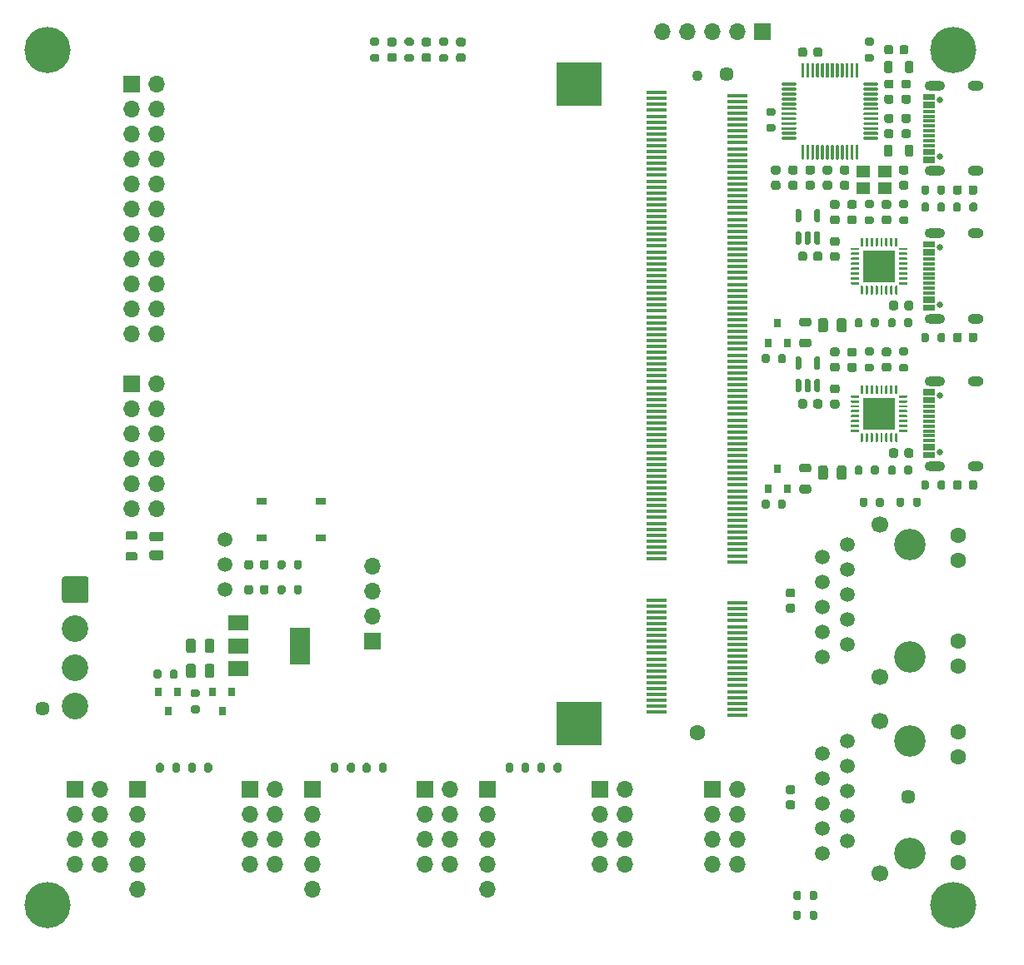
<source format=gbr>
%TF.GenerationSoftware,KiCad,Pcbnew,(5.1.9-0-10_14)*%
%TF.CreationDate,2021-03-28T17:09:14+02:00*%
%TF.ProjectId,FPGA,46504741-2e6b-4696-9361-645f70636258,rev?*%
%TF.SameCoordinates,Original*%
%TF.FileFunction,Soldermask,Top*%
%TF.FilePolarity,Negative*%
%FSLAX46Y46*%
G04 Gerber Fmt 4.6, Leading zero omitted, Abs format (unit mm)*
G04 Created by KiCad (PCBNEW (5.1.9-0-10_14)) date 2021-03-28 17:09:14*
%MOMM*%
%LPD*%
G01*
G04 APERTURE LIST*
%ADD10C,1.448000*%
%ADD11R,0.800000X0.900000*%
%ADD12R,1.000000X0.750000*%
%ADD13R,1.150000X0.300000*%
%ADD14C,0.650000*%
%ADD15O,1.600000X1.000000*%
%ADD16O,2.100000X1.000000*%
%ADD17O,1.700000X1.700000*%
%ADD18R,1.700000X1.700000*%
%ADD19C,1.500000*%
%ADD20R,2.000000X1.500000*%
%ADD21R,2.000000X3.800000*%
%ADD22R,1.400000X1.200000*%
%ADD23C,3.200000*%
%ADD24C,1.700000*%
%ADD25C,1.600000*%
%ADD26R,2.000000X0.350000*%
%ADD27C,1.100000*%
%ADD28R,4.600000X4.500000*%
%ADD29R,3.300000X3.300000*%
%ADD30C,4.700000*%
%ADD31C,2.700000*%
G04 APERTURE END LIST*
D10*
%TO.C,H7*%
X191500000Y-130000000D03*
%TD*%
%TO.C,H6*%
X103500000Y-121000000D03*
%TD*%
%TO.C,H5*%
X173000000Y-56500000D03*
%TD*%
%TO.C,R206*%
G36*
G01*
X177375000Y-99925000D02*
X177375000Y-100475000D01*
G75*
G02*
X177175000Y-100675000I-200000J0D01*
G01*
X176775000Y-100675000D01*
G75*
G02*
X176575000Y-100475000I0J200000D01*
G01*
X176575000Y-99925000D01*
G75*
G02*
X176775000Y-99725000I200000J0D01*
G01*
X177175000Y-99725000D01*
G75*
G02*
X177375000Y-99925000I0J-200000D01*
G01*
G37*
G36*
G01*
X179025000Y-99925000D02*
X179025000Y-100475000D01*
G75*
G02*
X178825000Y-100675000I-200000J0D01*
G01*
X178425000Y-100675000D01*
G75*
G02*
X178225000Y-100475000I0J200000D01*
G01*
X178225000Y-99925000D01*
G75*
G02*
X178425000Y-99725000I200000J0D01*
G01*
X178825000Y-99725000D01*
G75*
G02*
X179025000Y-99925000I0J-200000D01*
G01*
G37*
%TD*%
%TO.C,R106*%
G36*
G01*
X177375000Y-85125000D02*
X177375000Y-85675000D01*
G75*
G02*
X177175000Y-85875000I-200000J0D01*
G01*
X176775000Y-85875000D01*
G75*
G02*
X176575000Y-85675000I0J200000D01*
G01*
X176575000Y-85125000D01*
G75*
G02*
X176775000Y-84925000I200000J0D01*
G01*
X177175000Y-84925000D01*
G75*
G02*
X177375000Y-85125000I0J-200000D01*
G01*
G37*
G36*
G01*
X179025000Y-85125000D02*
X179025000Y-85675000D01*
G75*
G02*
X178825000Y-85875000I-200000J0D01*
G01*
X178425000Y-85875000D01*
G75*
G02*
X178225000Y-85675000I0J200000D01*
G01*
X178225000Y-85125000D01*
G75*
G02*
X178425000Y-84925000I200000J0D01*
G01*
X178825000Y-84925000D01*
G75*
G02*
X179025000Y-85125000I0J-200000D01*
G01*
G37*
%TD*%
D11*
%TO.C,Q201*%
X178200000Y-96600000D03*
X179150000Y-98600000D03*
X177250000Y-98600000D03*
%TD*%
%TO.C,Q101*%
X178200000Y-81800000D03*
X179150000Y-83800000D03*
X177250000Y-83800000D03*
%TD*%
D12*
%TO.C,SW1*%
X131750000Y-103625000D03*
X125750000Y-103625000D03*
X131750000Y-99875000D03*
X125750000Y-99875000D03*
%TD*%
%TO.C,R7*%
G36*
G01*
X116425000Y-117775000D02*
X116425000Y-117225000D01*
G75*
G02*
X116625000Y-117025000I200000J0D01*
G01*
X117025000Y-117025000D01*
G75*
G02*
X117225000Y-117225000I0J-200000D01*
G01*
X117225000Y-117775000D01*
G75*
G02*
X117025000Y-117975000I-200000J0D01*
G01*
X116625000Y-117975000D01*
G75*
G02*
X116425000Y-117775000I0J200000D01*
G01*
G37*
G36*
G01*
X114775000Y-117775000D02*
X114775000Y-117225000D01*
G75*
G02*
X114975000Y-117025000I200000J0D01*
G01*
X115375000Y-117025000D01*
G75*
G02*
X115575000Y-117225000I0J-200000D01*
G01*
X115575000Y-117775000D01*
G75*
G02*
X115375000Y-117975000I-200000J0D01*
G01*
X114975000Y-117975000D01*
G75*
G02*
X114775000Y-117775000I0J200000D01*
G01*
G37*
%TD*%
%TO.C,R6*%
G36*
G01*
X118725000Y-120675000D02*
X119275000Y-120675000D01*
G75*
G02*
X119475000Y-120875000I0J-200000D01*
G01*
X119475000Y-121275000D01*
G75*
G02*
X119275000Y-121475000I-200000J0D01*
G01*
X118725000Y-121475000D01*
G75*
G02*
X118525000Y-121275000I0J200000D01*
G01*
X118525000Y-120875000D01*
G75*
G02*
X118725000Y-120675000I200000J0D01*
G01*
G37*
G36*
G01*
X118725000Y-119025000D02*
X119275000Y-119025000D01*
G75*
G02*
X119475000Y-119225000I0J-200000D01*
G01*
X119475000Y-119625000D01*
G75*
G02*
X119275000Y-119825000I-200000J0D01*
G01*
X118725000Y-119825000D01*
G75*
G02*
X118525000Y-119625000I0J200000D01*
G01*
X118525000Y-119225000D01*
G75*
G02*
X118725000Y-119025000I200000J0D01*
G01*
G37*
%TD*%
D11*
%TO.C,Q2*%
X121750000Y-121250000D03*
X120800000Y-119250000D03*
X122700000Y-119250000D03*
%TD*%
%TO.C,Q1*%
X116250000Y-121250000D03*
X115300000Y-119250000D03*
X117200000Y-119250000D03*
%TD*%
%TO.C,R5*%
G36*
G01*
X137525000Y-53575000D02*
X136975000Y-53575000D01*
G75*
G02*
X136775000Y-53375000I0J200000D01*
G01*
X136775000Y-52975000D01*
G75*
G02*
X136975000Y-52775000I200000J0D01*
G01*
X137525000Y-52775000D01*
G75*
G02*
X137725000Y-52975000I0J-200000D01*
G01*
X137725000Y-53375000D01*
G75*
G02*
X137525000Y-53575000I-200000J0D01*
G01*
G37*
G36*
G01*
X137525000Y-55225000D02*
X136975000Y-55225000D01*
G75*
G02*
X136775000Y-55025000I0J200000D01*
G01*
X136775000Y-54625000D01*
G75*
G02*
X136975000Y-54425000I200000J0D01*
G01*
X137525000Y-54425000D01*
G75*
G02*
X137725000Y-54625000I0J-200000D01*
G01*
X137725000Y-55025000D01*
G75*
G02*
X137525000Y-55225000I-200000J0D01*
G01*
G37*
%TD*%
%TO.C,R4*%
G36*
G01*
X141025000Y-53575000D02*
X140475000Y-53575000D01*
G75*
G02*
X140275000Y-53375000I0J200000D01*
G01*
X140275000Y-52975000D01*
G75*
G02*
X140475000Y-52775000I200000J0D01*
G01*
X141025000Y-52775000D01*
G75*
G02*
X141225000Y-52975000I0J-200000D01*
G01*
X141225000Y-53375000D01*
G75*
G02*
X141025000Y-53575000I-200000J0D01*
G01*
G37*
G36*
G01*
X141025000Y-55225000D02*
X140475000Y-55225000D01*
G75*
G02*
X140275000Y-55025000I0J200000D01*
G01*
X140275000Y-54625000D01*
G75*
G02*
X140475000Y-54425000I200000J0D01*
G01*
X141025000Y-54425000D01*
G75*
G02*
X141225000Y-54625000I0J-200000D01*
G01*
X141225000Y-55025000D01*
G75*
G02*
X141025000Y-55225000I-200000J0D01*
G01*
G37*
%TD*%
%TO.C,R3*%
G36*
G01*
X144525000Y-53575000D02*
X143975000Y-53575000D01*
G75*
G02*
X143775000Y-53375000I0J200000D01*
G01*
X143775000Y-52975000D01*
G75*
G02*
X143975000Y-52775000I200000J0D01*
G01*
X144525000Y-52775000D01*
G75*
G02*
X144725000Y-52975000I0J-200000D01*
G01*
X144725000Y-53375000D01*
G75*
G02*
X144525000Y-53575000I-200000J0D01*
G01*
G37*
G36*
G01*
X144525000Y-55225000D02*
X143975000Y-55225000D01*
G75*
G02*
X143775000Y-55025000I0J200000D01*
G01*
X143775000Y-54625000D01*
G75*
G02*
X143975000Y-54425000I200000J0D01*
G01*
X144525000Y-54425000D01*
G75*
G02*
X144725000Y-54625000I0J-200000D01*
G01*
X144725000Y-55025000D01*
G75*
G02*
X144525000Y-55225000I-200000J0D01*
G01*
G37*
%TD*%
%TO.C,D5*%
G36*
G01*
X139256250Y-53650000D02*
X138743750Y-53650000D01*
G75*
G02*
X138525000Y-53431250I0J218750D01*
G01*
X138525000Y-52993750D01*
G75*
G02*
X138743750Y-52775000I218750J0D01*
G01*
X139256250Y-52775000D01*
G75*
G02*
X139475000Y-52993750I0J-218750D01*
G01*
X139475000Y-53431250D01*
G75*
G02*
X139256250Y-53650000I-218750J0D01*
G01*
G37*
G36*
G01*
X139256250Y-55225000D02*
X138743750Y-55225000D01*
G75*
G02*
X138525000Y-55006250I0J218750D01*
G01*
X138525000Y-54568750D01*
G75*
G02*
X138743750Y-54350000I218750J0D01*
G01*
X139256250Y-54350000D01*
G75*
G02*
X139475000Y-54568750I0J-218750D01*
G01*
X139475000Y-55006250D01*
G75*
G02*
X139256250Y-55225000I-218750J0D01*
G01*
G37*
%TD*%
%TO.C,D4*%
G36*
G01*
X142756250Y-53650000D02*
X142243750Y-53650000D01*
G75*
G02*
X142025000Y-53431250I0J218750D01*
G01*
X142025000Y-52993750D01*
G75*
G02*
X142243750Y-52775000I218750J0D01*
G01*
X142756250Y-52775000D01*
G75*
G02*
X142975000Y-52993750I0J-218750D01*
G01*
X142975000Y-53431250D01*
G75*
G02*
X142756250Y-53650000I-218750J0D01*
G01*
G37*
G36*
G01*
X142756250Y-55225000D02*
X142243750Y-55225000D01*
G75*
G02*
X142025000Y-55006250I0J218750D01*
G01*
X142025000Y-54568750D01*
G75*
G02*
X142243750Y-54350000I218750J0D01*
G01*
X142756250Y-54350000D01*
G75*
G02*
X142975000Y-54568750I0J-218750D01*
G01*
X142975000Y-55006250D01*
G75*
G02*
X142756250Y-55225000I-218750J0D01*
G01*
G37*
%TD*%
%TO.C,D3*%
G36*
G01*
X146256250Y-53650000D02*
X145743750Y-53650000D01*
G75*
G02*
X145525000Y-53431250I0J218750D01*
G01*
X145525000Y-52993750D01*
G75*
G02*
X145743750Y-52775000I218750J0D01*
G01*
X146256250Y-52775000D01*
G75*
G02*
X146475000Y-52993750I0J-218750D01*
G01*
X146475000Y-53431250D01*
G75*
G02*
X146256250Y-53650000I-218750J0D01*
G01*
G37*
G36*
G01*
X146256250Y-55225000D02*
X145743750Y-55225000D01*
G75*
G02*
X145525000Y-55006250I0J218750D01*
G01*
X145525000Y-54568750D01*
G75*
G02*
X145743750Y-54350000I218750J0D01*
G01*
X146256250Y-54350000D01*
G75*
G02*
X146475000Y-54568750I0J-218750D01*
G01*
X146475000Y-55006250D01*
G75*
G02*
X146256250Y-55225000I-218750J0D01*
G01*
G37*
%TD*%
%TO.C,U501*%
G36*
G01*
X186400000Y-63750000D02*
X186400000Y-65075000D01*
G75*
G02*
X186325000Y-65150000I-75000J0D01*
G01*
X186175000Y-65150000D01*
G75*
G02*
X186100000Y-65075000I0J75000D01*
G01*
X186100000Y-63750000D01*
G75*
G02*
X186175000Y-63675000I75000J0D01*
G01*
X186325000Y-63675000D01*
G75*
G02*
X186400000Y-63750000I0J-75000D01*
G01*
G37*
G36*
G01*
X185900000Y-63750000D02*
X185900000Y-65075000D01*
G75*
G02*
X185825000Y-65150000I-75000J0D01*
G01*
X185675000Y-65150000D01*
G75*
G02*
X185600000Y-65075000I0J75000D01*
G01*
X185600000Y-63750000D01*
G75*
G02*
X185675000Y-63675000I75000J0D01*
G01*
X185825000Y-63675000D01*
G75*
G02*
X185900000Y-63750000I0J-75000D01*
G01*
G37*
G36*
G01*
X185400000Y-63750000D02*
X185400000Y-65075000D01*
G75*
G02*
X185325000Y-65150000I-75000J0D01*
G01*
X185175000Y-65150000D01*
G75*
G02*
X185100000Y-65075000I0J75000D01*
G01*
X185100000Y-63750000D01*
G75*
G02*
X185175000Y-63675000I75000J0D01*
G01*
X185325000Y-63675000D01*
G75*
G02*
X185400000Y-63750000I0J-75000D01*
G01*
G37*
G36*
G01*
X184900000Y-63750000D02*
X184900000Y-65075000D01*
G75*
G02*
X184825000Y-65150000I-75000J0D01*
G01*
X184675000Y-65150000D01*
G75*
G02*
X184600000Y-65075000I0J75000D01*
G01*
X184600000Y-63750000D01*
G75*
G02*
X184675000Y-63675000I75000J0D01*
G01*
X184825000Y-63675000D01*
G75*
G02*
X184900000Y-63750000I0J-75000D01*
G01*
G37*
G36*
G01*
X184400000Y-63750000D02*
X184400000Y-65075000D01*
G75*
G02*
X184325000Y-65150000I-75000J0D01*
G01*
X184175000Y-65150000D01*
G75*
G02*
X184100000Y-65075000I0J75000D01*
G01*
X184100000Y-63750000D01*
G75*
G02*
X184175000Y-63675000I75000J0D01*
G01*
X184325000Y-63675000D01*
G75*
G02*
X184400000Y-63750000I0J-75000D01*
G01*
G37*
G36*
G01*
X183900000Y-63750000D02*
X183900000Y-65075000D01*
G75*
G02*
X183825000Y-65150000I-75000J0D01*
G01*
X183675000Y-65150000D01*
G75*
G02*
X183600000Y-65075000I0J75000D01*
G01*
X183600000Y-63750000D01*
G75*
G02*
X183675000Y-63675000I75000J0D01*
G01*
X183825000Y-63675000D01*
G75*
G02*
X183900000Y-63750000I0J-75000D01*
G01*
G37*
G36*
G01*
X183400000Y-63750000D02*
X183400000Y-65075000D01*
G75*
G02*
X183325000Y-65150000I-75000J0D01*
G01*
X183175000Y-65150000D01*
G75*
G02*
X183100000Y-65075000I0J75000D01*
G01*
X183100000Y-63750000D01*
G75*
G02*
X183175000Y-63675000I75000J0D01*
G01*
X183325000Y-63675000D01*
G75*
G02*
X183400000Y-63750000I0J-75000D01*
G01*
G37*
G36*
G01*
X182900000Y-63750000D02*
X182900000Y-65075000D01*
G75*
G02*
X182825000Y-65150000I-75000J0D01*
G01*
X182675000Y-65150000D01*
G75*
G02*
X182600000Y-65075000I0J75000D01*
G01*
X182600000Y-63750000D01*
G75*
G02*
X182675000Y-63675000I75000J0D01*
G01*
X182825000Y-63675000D01*
G75*
G02*
X182900000Y-63750000I0J-75000D01*
G01*
G37*
G36*
G01*
X182400000Y-63750000D02*
X182400000Y-65075000D01*
G75*
G02*
X182325000Y-65150000I-75000J0D01*
G01*
X182175000Y-65150000D01*
G75*
G02*
X182100000Y-65075000I0J75000D01*
G01*
X182100000Y-63750000D01*
G75*
G02*
X182175000Y-63675000I75000J0D01*
G01*
X182325000Y-63675000D01*
G75*
G02*
X182400000Y-63750000I0J-75000D01*
G01*
G37*
G36*
G01*
X181900000Y-63750000D02*
X181900000Y-65075000D01*
G75*
G02*
X181825000Y-65150000I-75000J0D01*
G01*
X181675000Y-65150000D01*
G75*
G02*
X181600000Y-65075000I0J75000D01*
G01*
X181600000Y-63750000D01*
G75*
G02*
X181675000Y-63675000I75000J0D01*
G01*
X181825000Y-63675000D01*
G75*
G02*
X181900000Y-63750000I0J-75000D01*
G01*
G37*
G36*
G01*
X181400000Y-63750000D02*
X181400000Y-65075000D01*
G75*
G02*
X181325000Y-65150000I-75000J0D01*
G01*
X181175000Y-65150000D01*
G75*
G02*
X181100000Y-65075000I0J75000D01*
G01*
X181100000Y-63750000D01*
G75*
G02*
X181175000Y-63675000I75000J0D01*
G01*
X181325000Y-63675000D01*
G75*
G02*
X181400000Y-63750000I0J-75000D01*
G01*
G37*
G36*
G01*
X180900000Y-63750000D02*
X180900000Y-65075000D01*
G75*
G02*
X180825000Y-65150000I-75000J0D01*
G01*
X180675000Y-65150000D01*
G75*
G02*
X180600000Y-65075000I0J75000D01*
G01*
X180600000Y-63750000D01*
G75*
G02*
X180675000Y-63675000I75000J0D01*
G01*
X180825000Y-63675000D01*
G75*
G02*
X180900000Y-63750000I0J-75000D01*
G01*
G37*
G36*
G01*
X180075000Y-62925000D02*
X180075000Y-63075000D01*
G75*
G02*
X180000000Y-63150000I-75000J0D01*
G01*
X178675000Y-63150000D01*
G75*
G02*
X178600000Y-63075000I0J75000D01*
G01*
X178600000Y-62925000D01*
G75*
G02*
X178675000Y-62850000I75000J0D01*
G01*
X180000000Y-62850000D01*
G75*
G02*
X180075000Y-62925000I0J-75000D01*
G01*
G37*
G36*
G01*
X180075000Y-62425000D02*
X180075000Y-62575000D01*
G75*
G02*
X180000000Y-62650000I-75000J0D01*
G01*
X178675000Y-62650000D01*
G75*
G02*
X178600000Y-62575000I0J75000D01*
G01*
X178600000Y-62425000D01*
G75*
G02*
X178675000Y-62350000I75000J0D01*
G01*
X180000000Y-62350000D01*
G75*
G02*
X180075000Y-62425000I0J-75000D01*
G01*
G37*
G36*
G01*
X180075000Y-61925000D02*
X180075000Y-62075000D01*
G75*
G02*
X180000000Y-62150000I-75000J0D01*
G01*
X178675000Y-62150000D01*
G75*
G02*
X178600000Y-62075000I0J75000D01*
G01*
X178600000Y-61925000D01*
G75*
G02*
X178675000Y-61850000I75000J0D01*
G01*
X180000000Y-61850000D01*
G75*
G02*
X180075000Y-61925000I0J-75000D01*
G01*
G37*
G36*
G01*
X180075000Y-61425000D02*
X180075000Y-61575000D01*
G75*
G02*
X180000000Y-61650000I-75000J0D01*
G01*
X178675000Y-61650000D01*
G75*
G02*
X178600000Y-61575000I0J75000D01*
G01*
X178600000Y-61425000D01*
G75*
G02*
X178675000Y-61350000I75000J0D01*
G01*
X180000000Y-61350000D01*
G75*
G02*
X180075000Y-61425000I0J-75000D01*
G01*
G37*
G36*
G01*
X180075000Y-60925000D02*
X180075000Y-61075000D01*
G75*
G02*
X180000000Y-61150000I-75000J0D01*
G01*
X178675000Y-61150000D01*
G75*
G02*
X178600000Y-61075000I0J75000D01*
G01*
X178600000Y-60925000D01*
G75*
G02*
X178675000Y-60850000I75000J0D01*
G01*
X180000000Y-60850000D01*
G75*
G02*
X180075000Y-60925000I0J-75000D01*
G01*
G37*
G36*
G01*
X180075000Y-60425000D02*
X180075000Y-60575000D01*
G75*
G02*
X180000000Y-60650000I-75000J0D01*
G01*
X178675000Y-60650000D01*
G75*
G02*
X178600000Y-60575000I0J75000D01*
G01*
X178600000Y-60425000D01*
G75*
G02*
X178675000Y-60350000I75000J0D01*
G01*
X180000000Y-60350000D01*
G75*
G02*
X180075000Y-60425000I0J-75000D01*
G01*
G37*
G36*
G01*
X180075000Y-59925000D02*
X180075000Y-60075000D01*
G75*
G02*
X180000000Y-60150000I-75000J0D01*
G01*
X178675000Y-60150000D01*
G75*
G02*
X178600000Y-60075000I0J75000D01*
G01*
X178600000Y-59925000D01*
G75*
G02*
X178675000Y-59850000I75000J0D01*
G01*
X180000000Y-59850000D01*
G75*
G02*
X180075000Y-59925000I0J-75000D01*
G01*
G37*
G36*
G01*
X180075000Y-59425000D02*
X180075000Y-59575000D01*
G75*
G02*
X180000000Y-59650000I-75000J0D01*
G01*
X178675000Y-59650000D01*
G75*
G02*
X178600000Y-59575000I0J75000D01*
G01*
X178600000Y-59425000D01*
G75*
G02*
X178675000Y-59350000I75000J0D01*
G01*
X180000000Y-59350000D01*
G75*
G02*
X180075000Y-59425000I0J-75000D01*
G01*
G37*
G36*
G01*
X180075000Y-58925000D02*
X180075000Y-59075000D01*
G75*
G02*
X180000000Y-59150000I-75000J0D01*
G01*
X178675000Y-59150000D01*
G75*
G02*
X178600000Y-59075000I0J75000D01*
G01*
X178600000Y-58925000D01*
G75*
G02*
X178675000Y-58850000I75000J0D01*
G01*
X180000000Y-58850000D01*
G75*
G02*
X180075000Y-58925000I0J-75000D01*
G01*
G37*
G36*
G01*
X180075000Y-58425000D02*
X180075000Y-58575000D01*
G75*
G02*
X180000000Y-58650000I-75000J0D01*
G01*
X178675000Y-58650000D01*
G75*
G02*
X178600000Y-58575000I0J75000D01*
G01*
X178600000Y-58425000D01*
G75*
G02*
X178675000Y-58350000I75000J0D01*
G01*
X180000000Y-58350000D01*
G75*
G02*
X180075000Y-58425000I0J-75000D01*
G01*
G37*
G36*
G01*
X180075000Y-57925000D02*
X180075000Y-58075000D01*
G75*
G02*
X180000000Y-58150000I-75000J0D01*
G01*
X178675000Y-58150000D01*
G75*
G02*
X178600000Y-58075000I0J75000D01*
G01*
X178600000Y-57925000D01*
G75*
G02*
X178675000Y-57850000I75000J0D01*
G01*
X180000000Y-57850000D01*
G75*
G02*
X180075000Y-57925000I0J-75000D01*
G01*
G37*
G36*
G01*
X180075000Y-57425000D02*
X180075000Y-57575000D01*
G75*
G02*
X180000000Y-57650000I-75000J0D01*
G01*
X178675000Y-57650000D01*
G75*
G02*
X178600000Y-57575000I0J75000D01*
G01*
X178600000Y-57425000D01*
G75*
G02*
X178675000Y-57350000I75000J0D01*
G01*
X180000000Y-57350000D01*
G75*
G02*
X180075000Y-57425000I0J-75000D01*
G01*
G37*
G36*
G01*
X180900000Y-55425000D02*
X180900000Y-56750000D01*
G75*
G02*
X180825000Y-56825000I-75000J0D01*
G01*
X180675000Y-56825000D01*
G75*
G02*
X180600000Y-56750000I0J75000D01*
G01*
X180600000Y-55425000D01*
G75*
G02*
X180675000Y-55350000I75000J0D01*
G01*
X180825000Y-55350000D01*
G75*
G02*
X180900000Y-55425000I0J-75000D01*
G01*
G37*
G36*
G01*
X181400000Y-55425000D02*
X181400000Y-56750000D01*
G75*
G02*
X181325000Y-56825000I-75000J0D01*
G01*
X181175000Y-56825000D01*
G75*
G02*
X181100000Y-56750000I0J75000D01*
G01*
X181100000Y-55425000D01*
G75*
G02*
X181175000Y-55350000I75000J0D01*
G01*
X181325000Y-55350000D01*
G75*
G02*
X181400000Y-55425000I0J-75000D01*
G01*
G37*
G36*
G01*
X181900000Y-55425000D02*
X181900000Y-56750000D01*
G75*
G02*
X181825000Y-56825000I-75000J0D01*
G01*
X181675000Y-56825000D01*
G75*
G02*
X181600000Y-56750000I0J75000D01*
G01*
X181600000Y-55425000D01*
G75*
G02*
X181675000Y-55350000I75000J0D01*
G01*
X181825000Y-55350000D01*
G75*
G02*
X181900000Y-55425000I0J-75000D01*
G01*
G37*
G36*
G01*
X182400000Y-55425000D02*
X182400000Y-56750000D01*
G75*
G02*
X182325000Y-56825000I-75000J0D01*
G01*
X182175000Y-56825000D01*
G75*
G02*
X182100000Y-56750000I0J75000D01*
G01*
X182100000Y-55425000D01*
G75*
G02*
X182175000Y-55350000I75000J0D01*
G01*
X182325000Y-55350000D01*
G75*
G02*
X182400000Y-55425000I0J-75000D01*
G01*
G37*
G36*
G01*
X182900000Y-55425000D02*
X182900000Y-56750000D01*
G75*
G02*
X182825000Y-56825000I-75000J0D01*
G01*
X182675000Y-56825000D01*
G75*
G02*
X182600000Y-56750000I0J75000D01*
G01*
X182600000Y-55425000D01*
G75*
G02*
X182675000Y-55350000I75000J0D01*
G01*
X182825000Y-55350000D01*
G75*
G02*
X182900000Y-55425000I0J-75000D01*
G01*
G37*
G36*
G01*
X183400000Y-55425000D02*
X183400000Y-56750000D01*
G75*
G02*
X183325000Y-56825000I-75000J0D01*
G01*
X183175000Y-56825000D01*
G75*
G02*
X183100000Y-56750000I0J75000D01*
G01*
X183100000Y-55425000D01*
G75*
G02*
X183175000Y-55350000I75000J0D01*
G01*
X183325000Y-55350000D01*
G75*
G02*
X183400000Y-55425000I0J-75000D01*
G01*
G37*
G36*
G01*
X183900000Y-55425000D02*
X183900000Y-56750000D01*
G75*
G02*
X183825000Y-56825000I-75000J0D01*
G01*
X183675000Y-56825000D01*
G75*
G02*
X183600000Y-56750000I0J75000D01*
G01*
X183600000Y-55425000D01*
G75*
G02*
X183675000Y-55350000I75000J0D01*
G01*
X183825000Y-55350000D01*
G75*
G02*
X183900000Y-55425000I0J-75000D01*
G01*
G37*
G36*
G01*
X184400000Y-55425000D02*
X184400000Y-56750000D01*
G75*
G02*
X184325000Y-56825000I-75000J0D01*
G01*
X184175000Y-56825000D01*
G75*
G02*
X184100000Y-56750000I0J75000D01*
G01*
X184100000Y-55425000D01*
G75*
G02*
X184175000Y-55350000I75000J0D01*
G01*
X184325000Y-55350000D01*
G75*
G02*
X184400000Y-55425000I0J-75000D01*
G01*
G37*
G36*
G01*
X184900000Y-55425000D02*
X184900000Y-56750000D01*
G75*
G02*
X184825000Y-56825000I-75000J0D01*
G01*
X184675000Y-56825000D01*
G75*
G02*
X184600000Y-56750000I0J75000D01*
G01*
X184600000Y-55425000D01*
G75*
G02*
X184675000Y-55350000I75000J0D01*
G01*
X184825000Y-55350000D01*
G75*
G02*
X184900000Y-55425000I0J-75000D01*
G01*
G37*
G36*
G01*
X185400000Y-55425000D02*
X185400000Y-56750000D01*
G75*
G02*
X185325000Y-56825000I-75000J0D01*
G01*
X185175000Y-56825000D01*
G75*
G02*
X185100000Y-56750000I0J75000D01*
G01*
X185100000Y-55425000D01*
G75*
G02*
X185175000Y-55350000I75000J0D01*
G01*
X185325000Y-55350000D01*
G75*
G02*
X185400000Y-55425000I0J-75000D01*
G01*
G37*
G36*
G01*
X185900000Y-55425000D02*
X185900000Y-56750000D01*
G75*
G02*
X185825000Y-56825000I-75000J0D01*
G01*
X185675000Y-56825000D01*
G75*
G02*
X185600000Y-56750000I0J75000D01*
G01*
X185600000Y-55425000D01*
G75*
G02*
X185675000Y-55350000I75000J0D01*
G01*
X185825000Y-55350000D01*
G75*
G02*
X185900000Y-55425000I0J-75000D01*
G01*
G37*
G36*
G01*
X186400000Y-55425000D02*
X186400000Y-56750000D01*
G75*
G02*
X186325000Y-56825000I-75000J0D01*
G01*
X186175000Y-56825000D01*
G75*
G02*
X186100000Y-56750000I0J75000D01*
G01*
X186100000Y-55425000D01*
G75*
G02*
X186175000Y-55350000I75000J0D01*
G01*
X186325000Y-55350000D01*
G75*
G02*
X186400000Y-55425000I0J-75000D01*
G01*
G37*
G36*
G01*
X188400000Y-57425000D02*
X188400000Y-57575000D01*
G75*
G02*
X188325000Y-57650000I-75000J0D01*
G01*
X187000000Y-57650000D01*
G75*
G02*
X186925000Y-57575000I0J75000D01*
G01*
X186925000Y-57425000D01*
G75*
G02*
X187000000Y-57350000I75000J0D01*
G01*
X188325000Y-57350000D01*
G75*
G02*
X188400000Y-57425000I0J-75000D01*
G01*
G37*
G36*
G01*
X188400000Y-57925000D02*
X188400000Y-58075000D01*
G75*
G02*
X188325000Y-58150000I-75000J0D01*
G01*
X187000000Y-58150000D01*
G75*
G02*
X186925000Y-58075000I0J75000D01*
G01*
X186925000Y-57925000D01*
G75*
G02*
X187000000Y-57850000I75000J0D01*
G01*
X188325000Y-57850000D01*
G75*
G02*
X188400000Y-57925000I0J-75000D01*
G01*
G37*
G36*
G01*
X188400000Y-58425000D02*
X188400000Y-58575000D01*
G75*
G02*
X188325000Y-58650000I-75000J0D01*
G01*
X187000000Y-58650000D01*
G75*
G02*
X186925000Y-58575000I0J75000D01*
G01*
X186925000Y-58425000D01*
G75*
G02*
X187000000Y-58350000I75000J0D01*
G01*
X188325000Y-58350000D01*
G75*
G02*
X188400000Y-58425000I0J-75000D01*
G01*
G37*
G36*
G01*
X188400000Y-58925000D02*
X188400000Y-59075000D01*
G75*
G02*
X188325000Y-59150000I-75000J0D01*
G01*
X187000000Y-59150000D01*
G75*
G02*
X186925000Y-59075000I0J75000D01*
G01*
X186925000Y-58925000D01*
G75*
G02*
X187000000Y-58850000I75000J0D01*
G01*
X188325000Y-58850000D01*
G75*
G02*
X188400000Y-58925000I0J-75000D01*
G01*
G37*
G36*
G01*
X188400000Y-59425000D02*
X188400000Y-59575000D01*
G75*
G02*
X188325000Y-59650000I-75000J0D01*
G01*
X187000000Y-59650000D01*
G75*
G02*
X186925000Y-59575000I0J75000D01*
G01*
X186925000Y-59425000D01*
G75*
G02*
X187000000Y-59350000I75000J0D01*
G01*
X188325000Y-59350000D01*
G75*
G02*
X188400000Y-59425000I0J-75000D01*
G01*
G37*
G36*
G01*
X188400000Y-59925000D02*
X188400000Y-60075000D01*
G75*
G02*
X188325000Y-60150000I-75000J0D01*
G01*
X187000000Y-60150000D01*
G75*
G02*
X186925000Y-60075000I0J75000D01*
G01*
X186925000Y-59925000D01*
G75*
G02*
X187000000Y-59850000I75000J0D01*
G01*
X188325000Y-59850000D01*
G75*
G02*
X188400000Y-59925000I0J-75000D01*
G01*
G37*
G36*
G01*
X188400000Y-60425000D02*
X188400000Y-60575000D01*
G75*
G02*
X188325000Y-60650000I-75000J0D01*
G01*
X187000000Y-60650000D01*
G75*
G02*
X186925000Y-60575000I0J75000D01*
G01*
X186925000Y-60425000D01*
G75*
G02*
X187000000Y-60350000I75000J0D01*
G01*
X188325000Y-60350000D01*
G75*
G02*
X188400000Y-60425000I0J-75000D01*
G01*
G37*
G36*
G01*
X188400000Y-60925000D02*
X188400000Y-61075000D01*
G75*
G02*
X188325000Y-61150000I-75000J0D01*
G01*
X187000000Y-61150000D01*
G75*
G02*
X186925000Y-61075000I0J75000D01*
G01*
X186925000Y-60925000D01*
G75*
G02*
X187000000Y-60850000I75000J0D01*
G01*
X188325000Y-60850000D01*
G75*
G02*
X188400000Y-60925000I0J-75000D01*
G01*
G37*
G36*
G01*
X188400000Y-61425000D02*
X188400000Y-61575000D01*
G75*
G02*
X188325000Y-61650000I-75000J0D01*
G01*
X187000000Y-61650000D01*
G75*
G02*
X186925000Y-61575000I0J75000D01*
G01*
X186925000Y-61425000D01*
G75*
G02*
X187000000Y-61350000I75000J0D01*
G01*
X188325000Y-61350000D01*
G75*
G02*
X188400000Y-61425000I0J-75000D01*
G01*
G37*
G36*
G01*
X188400000Y-61925000D02*
X188400000Y-62075000D01*
G75*
G02*
X188325000Y-62150000I-75000J0D01*
G01*
X187000000Y-62150000D01*
G75*
G02*
X186925000Y-62075000I0J75000D01*
G01*
X186925000Y-61925000D01*
G75*
G02*
X187000000Y-61850000I75000J0D01*
G01*
X188325000Y-61850000D01*
G75*
G02*
X188400000Y-61925000I0J-75000D01*
G01*
G37*
G36*
G01*
X188400000Y-62425000D02*
X188400000Y-62575000D01*
G75*
G02*
X188325000Y-62650000I-75000J0D01*
G01*
X187000000Y-62650000D01*
G75*
G02*
X186925000Y-62575000I0J75000D01*
G01*
X186925000Y-62425000D01*
G75*
G02*
X187000000Y-62350000I75000J0D01*
G01*
X188325000Y-62350000D01*
G75*
G02*
X188400000Y-62425000I0J-75000D01*
G01*
G37*
G36*
G01*
X188400000Y-62925000D02*
X188400000Y-63075000D01*
G75*
G02*
X188325000Y-63150000I-75000J0D01*
G01*
X187000000Y-63150000D01*
G75*
G02*
X186925000Y-63075000I0J75000D01*
G01*
X186925000Y-62925000D01*
G75*
G02*
X187000000Y-62850000I75000J0D01*
G01*
X188325000Y-62850000D01*
G75*
G02*
X188400000Y-62925000I0J-75000D01*
G01*
G37*
%TD*%
D13*
%TO.C,J501*%
X193580000Y-58650000D03*
X193580000Y-59450000D03*
X193580000Y-64250000D03*
X193580000Y-65050000D03*
X193580000Y-65350000D03*
X193580000Y-64550000D03*
X193580000Y-63750000D03*
X193580000Y-63250000D03*
X193580000Y-62750000D03*
X193580000Y-62250000D03*
X193580000Y-61750000D03*
X193580000Y-61250000D03*
X193580000Y-60750000D03*
X193580000Y-60250000D03*
X193580000Y-59750000D03*
X193580000Y-58950000D03*
D14*
X194645000Y-64890000D03*
X194645000Y-59110000D03*
D15*
X198325000Y-57680000D03*
X198325000Y-66320000D03*
D16*
X194145000Y-57680000D03*
X194145000Y-66320000D03*
%TD*%
%TO.C,L2*%
G36*
G01*
X112916250Y-103820000D02*
X112153750Y-103820000D01*
G75*
G02*
X111935000Y-103601250I0J218750D01*
G01*
X111935000Y-103163750D01*
G75*
G02*
X112153750Y-102945000I218750J0D01*
G01*
X112916250Y-102945000D01*
G75*
G02*
X113135000Y-103163750I0J-218750D01*
G01*
X113135000Y-103601250D01*
G75*
G02*
X112916250Y-103820000I-218750J0D01*
G01*
G37*
G36*
G01*
X112916250Y-105945000D02*
X112153750Y-105945000D01*
G75*
G02*
X111935000Y-105726250I0J218750D01*
G01*
X111935000Y-105288750D01*
G75*
G02*
X112153750Y-105070000I218750J0D01*
G01*
X112916250Y-105070000D01*
G75*
G02*
X113135000Y-105288750I0J-218750D01*
G01*
X113135000Y-105726250D01*
G75*
G02*
X112916250Y-105945000I-218750J0D01*
G01*
G37*
%TD*%
%TO.C,C3*%
G36*
G01*
X114600000Y-104895000D02*
X115550000Y-104895000D01*
G75*
G02*
X115800000Y-105145000I0J-250000D01*
G01*
X115800000Y-105645000D01*
G75*
G02*
X115550000Y-105895000I-250000J0D01*
G01*
X114600000Y-105895000D01*
G75*
G02*
X114350000Y-105645000I0J250000D01*
G01*
X114350000Y-105145000D01*
G75*
G02*
X114600000Y-104895000I250000J0D01*
G01*
G37*
G36*
G01*
X114600000Y-102995000D02*
X115550000Y-102995000D01*
G75*
G02*
X115800000Y-103245000I0J-250000D01*
G01*
X115800000Y-103745000D01*
G75*
G02*
X115550000Y-103995000I-250000J0D01*
G01*
X114600000Y-103995000D01*
G75*
G02*
X114350000Y-103745000I0J250000D01*
G01*
X114350000Y-103245000D01*
G75*
G02*
X114600000Y-102995000I250000J0D01*
G01*
G37*
%TD*%
D17*
%TO.C,J4*%
X115075000Y-100635000D03*
X112535000Y-100635000D03*
X115075000Y-98095000D03*
X112535000Y-98095000D03*
X115075000Y-95555000D03*
X112535000Y-95555000D03*
X115075000Y-93015000D03*
X112535000Y-93015000D03*
X115075000Y-90475000D03*
X112535000Y-90475000D03*
X115075000Y-87935000D03*
D18*
X112535000Y-87935000D03*
%TD*%
D19*
%TO.C,TP3*%
X122060000Y-103810000D03*
%TD*%
%TO.C,TP2*%
X122060000Y-106350000D03*
%TD*%
%TO.C,TP1*%
X122060000Y-108890000D03*
%TD*%
D17*
%TO.C,J801*%
X115075000Y-82855000D03*
X112535000Y-82855000D03*
X115075000Y-80315000D03*
X112535000Y-80315000D03*
X115075000Y-77775000D03*
X112535000Y-77775000D03*
X115075000Y-75235000D03*
X112535000Y-75235000D03*
X115075000Y-72695000D03*
X112535000Y-72695000D03*
X115075000Y-70155000D03*
X112535000Y-70155000D03*
X115075000Y-67615000D03*
X112535000Y-67615000D03*
X115075000Y-65075000D03*
X112535000Y-65075000D03*
X115075000Y-62535000D03*
X112535000Y-62535000D03*
X115075000Y-59995000D03*
X112535000Y-59995000D03*
X115075000Y-57455000D03*
D18*
X112535000Y-57455000D03*
%TD*%
D17*
%TO.C,J602*%
X148730000Y-139370000D03*
X148730000Y-136830000D03*
X148730000Y-134290000D03*
X148730000Y-131750000D03*
D18*
X148730000Y-129210000D03*
%TD*%
%TO.C,R622*%
G36*
G01*
X119075000Y-126725000D02*
X119075000Y-127275000D01*
G75*
G02*
X118875000Y-127475000I-200000J0D01*
G01*
X118475000Y-127475000D01*
G75*
G02*
X118275000Y-127275000I0J200000D01*
G01*
X118275000Y-126725000D01*
G75*
G02*
X118475000Y-126525000I200000J0D01*
G01*
X118875000Y-126525000D01*
G75*
G02*
X119075000Y-126725000I0J-200000D01*
G01*
G37*
G36*
G01*
X120725000Y-126725000D02*
X120725000Y-127275000D01*
G75*
G02*
X120525000Y-127475000I-200000J0D01*
G01*
X120125000Y-127475000D01*
G75*
G02*
X119925000Y-127275000I0J200000D01*
G01*
X119925000Y-126725000D01*
G75*
G02*
X120125000Y-126525000I200000J0D01*
G01*
X120525000Y-126525000D01*
G75*
G02*
X120725000Y-126725000I0J-200000D01*
G01*
G37*
%TD*%
%TO.C,R621*%
G36*
G01*
X115825000Y-126725000D02*
X115825000Y-127275000D01*
G75*
G02*
X115625000Y-127475000I-200000J0D01*
G01*
X115225000Y-127475000D01*
G75*
G02*
X115025000Y-127275000I0J200000D01*
G01*
X115025000Y-126725000D01*
G75*
G02*
X115225000Y-126525000I200000J0D01*
G01*
X115625000Y-126525000D01*
G75*
G02*
X115825000Y-126725000I0J-200000D01*
G01*
G37*
G36*
G01*
X117475000Y-126725000D02*
X117475000Y-127275000D01*
G75*
G02*
X117275000Y-127475000I-200000J0D01*
G01*
X116875000Y-127475000D01*
G75*
G02*
X116675000Y-127275000I0J200000D01*
G01*
X116675000Y-126725000D01*
G75*
G02*
X116875000Y-126525000I200000J0D01*
G01*
X117275000Y-126525000D01*
G75*
G02*
X117475000Y-126725000I0J-200000D01*
G01*
G37*
%TD*%
%TO.C,R612*%
G36*
G01*
X136825000Y-126725000D02*
X136825000Y-127275000D01*
G75*
G02*
X136625000Y-127475000I-200000J0D01*
G01*
X136225000Y-127475000D01*
G75*
G02*
X136025000Y-127275000I0J200000D01*
G01*
X136025000Y-126725000D01*
G75*
G02*
X136225000Y-126525000I200000J0D01*
G01*
X136625000Y-126525000D01*
G75*
G02*
X136825000Y-126725000I0J-200000D01*
G01*
G37*
G36*
G01*
X138475000Y-126725000D02*
X138475000Y-127275000D01*
G75*
G02*
X138275000Y-127475000I-200000J0D01*
G01*
X137875000Y-127475000D01*
G75*
G02*
X137675000Y-127275000I0J200000D01*
G01*
X137675000Y-126725000D01*
G75*
G02*
X137875000Y-126525000I200000J0D01*
G01*
X138275000Y-126525000D01*
G75*
G02*
X138475000Y-126725000I0J-200000D01*
G01*
G37*
%TD*%
%TO.C,R611*%
G36*
G01*
X133575000Y-126725000D02*
X133575000Y-127275000D01*
G75*
G02*
X133375000Y-127475000I-200000J0D01*
G01*
X132975000Y-127475000D01*
G75*
G02*
X132775000Y-127275000I0J200000D01*
G01*
X132775000Y-126725000D01*
G75*
G02*
X132975000Y-126525000I200000J0D01*
G01*
X133375000Y-126525000D01*
G75*
G02*
X133575000Y-126725000I0J-200000D01*
G01*
G37*
G36*
G01*
X135225000Y-126725000D02*
X135225000Y-127275000D01*
G75*
G02*
X135025000Y-127475000I-200000J0D01*
G01*
X134625000Y-127475000D01*
G75*
G02*
X134425000Y-127275000I0J200000D01*
G01*
X134425000Y-126725000D01*
G75*
G02*
X134625000Y-126525000I200000J0D01*
G01*
X135025000Y-126525000D01*
G75*
G02*
X135225000Y-126725000I0J-200000D01*
G01*
G37*
%TD*%
%TO.C,R602*%
G36*
G01*
X154575000Y-126725000D02*
X154575000Y-127275000D01*
G75*
G02*
X154375000Y-127475000I-200000J0D01*
G01*
X153975000Y-127475000D01*
G75*
G02*
X153775000Y-127275000I0J200000D01*
G01*
X153775000Y-126725000D01*
G75*
G02*
X153975000Y-126525000I200000J0D01*
G01*
X154375000Y-126525000D01*
G75*
G02*
X154575000Y-126725000I0J-200000D01*
G01*
G37*
G36*
G01*
X156225000Y-126725000D02*
X156225000Y-127275000D01*
G75*
G02*
X156025000Y-127475000I-200000J0D01*
G01*
X155625000Y-127475000D01*
G75*
G02*
X155425000Y-127275000I0J200000D01*
G01*
X155425000Y-126725000D01*
G75*
G02*
X155625000Y-126525000I200000J0D01*
G01*
X156025000Y-126525000D01*
G75*
G02*
X156225000Y-126725000I0J-200000D01*
G01*
G37*
%TD*%
%TO.C,R601*%
G36*
G01*
X151325000Y-126725000D02*
X151325000Y-127275000D01*
G75*
G02*
X151125000Y-127475000I-200000J0D01*
G01*
X150725000Y-127475000D01*
G75*
G02*
X150525000Y-127275000I0J200000D01*
G01*
X150525000Y-126725000D01*
G75*
G02*
X150725000Y-126525000I200000J0D01*
G01*
X151125000Y-126525000D01*
G75*
G02*
X151325000Y-126725000I0J-200000D01*
G01*
G37*
G36*
G01*
X152975000Y-126725000D02*
X152975000Y-127275000D01*
G75*
G02*
X152775000Y-127475000I-200000J0D01*
G01*
X152375000Y-127475000D01*
G75*
G02*
X152175000Y-127275000I0J200000D01*
G01*
X152175000Y-126725000D01*
G75*
G02*
X152375000Y-126525000I200000J0D01*
G01*
X152775000Y-126525000D01*
G75*
G02*
X152975000Y-126725000I0J-200000D01*
G01*
G37*
%TD*%
D17*
%TO.C,J702*%
X162700000Y-136830000D03*
X160160000Y-136830000D03*
X162700000Y-134290000D03*
X160160000Y-134290000D03*
X162700000Y-131750000D03*
X160160000Y-131750000D03*
X162700000Y-129210000D03*
D18*
X160160000Y-129210000D03*
%TD*%
D17*
%TO.C,J701*%
X174130000Y-136830000D03*
X171590000Y-136830000D03*
X174130000Y-134290000D03*
X171590000Y-134290000D03*
X174130000Y-131750000D03*
X171590000Y-131750000D03*
X174130000Y-129210000D03*
D18*
X171590000Y-129210000D03*
%TD*%
D17*
%TO.C,J621*%
X109360000Y-136830000D03*
X106820000Y-136830000D03*
X109360000Y-134290000D03*
X106820000Y-134290000D03*
X109360000Y-131750000D03*
X106820000Y-131750000D03*
X109360000Y-129210000D03*
D18*
X106820000Y-129210000D03*
%TD*%
D17*
%TO.C,J611*%
X127140000Y-136830000D03*
X124600000Y-136830000D03*
X127140000Y-134290000D03*
X124600000Y-134290000D03*
X127140000Y-131750000D03*
X124600000Y-131750000D03*
X127140000Y-129210000D03*
D18*
X124600000Y-129210000D03*
%TD*%
D17*
%TO.C,J622*%
X113170000Y-139370000D03*
X113170000Y-136830000D03*
X113170000Y-134290000D03*
X113170000Y-131750000D03*
D18*
X113170000Y-129210000D03*
%TD*%
D17*
%TO.C,J612*%
X130950000Y-139370000D03*
X130950000Y-136830000D03*
X130950000Y-134290000D03*
X130950000Y-131750000D03*
D18*
X130950000Y-129210000D03*
%TD*%
D17*
%TO.C,J601*%
X144920000Y-136830000D03*
X142380000Y-136830000D03*
X144920000Y-134290000D03*
X142380000Y-134290000D03*
X144920000Y-131750000D03*
X142380000Y-131750000D03*
X144920000Y-129210000D03*
D18*
X142380000Y-129210000D03*
%TD*%
D20*
%TO.C,U1*%
X123355000Y-112305000D03*
X123355000Y-116905000D03*
X123355000Y-114605000D03*
D21*
X129655000Y-114605000D03*
%TD*%
%TO.C,R2*%
G36*
G01*
X128175000Y-108615000D02*
X128175000Y-109165000D01*
G75*
G02*
X127975000Y-109365000I-200000J0D01*
G01*
X127575000Y-109365000D01*
G75*
G02*
X127375000Y-109165000I0J200000D01*
G01*
X127375000Y-108615000D01*
G75*
G02*
X127575000Y-108415000I200000J0D01*
G01*
X127975000Y-108415000D01*
G75*
G02*
X128175000Y-108615000I0J-200000D01*
G01*
G37*
G36*
G01*
X129825000Y-108615000D02*
X129825000Y-109165000D01*
G75*
G02*
X129625000Y-109365000I-200000J0D01*
G01*
X129225000Y-109365000D01*
G75*
G02*
X129025000Y-109165000I0J200000D01*
G01*
X129025000Y-108615000D01*
G75*
G02*
X129225000Y-108415000I200000J0D01*
G01*
X129625000Y-108415000D01*
G75*
G02*
X129825000Y-108615000I0J-200000D01*
G01*
G37*
%TD*%
%TO.C,R1*%
G36*
G01*
X128175000Y-106075000D02*
X128175000Y-106625000D01*
G75*
G02*
X127975000Y-106825000I-200000J0D01*
G01*
X127575000Y-106825000D01*
G75*
G02*
X127375000Y-106625000I0J200000D01*
G01*
X127375000Y-106075000D01*
G75*
G02*
X127575000Y-105875000I200000J0D01*
G01*
X127975000Y-105875000D01*
G75*
G02*
X128175000Y-106075000I0J-200000D01*
G01*
G37*
G36*
G01*
X129825000Y-106075000D02*
X129825000Y-106625000D01*
G75*
G02*
X129625000Y-106825000I-200000J0D01*
G01*
X129225000Y-106825000D01*
G75*
G02*
X129025000Y-106625000I0J200000D01*
G01*
X129025000Y-106075000D01*
G75*
G02*
X129225000Y-105875000I200000J0D01*
G01*
X129625000Y-105875000D01*
G75*
G02*
X129825000Y-106075000I0J-200000D01*
G01*
G37*
%TD*%
%TO.C,D2*%
G36*
G01*
X125585000Y-109146250D02*
X125585000Y-108633750D01*
G75*
G02*
X125803750Y-108415000I218750J0D01*
G01*
X126241250Y-108415000D01*
G75*
G02*
X126460000Y-108633750I0J-218750D01*
G01*
X126460000Y-109146250D01*
G75*
G02*
X126241250Y-109365000I-218750J0D01*
G01*
X125803750Y-109365000D01*
G75*
G02*
X125585000Y-109146250I0J218750D01*
G01*
G37*
G36*
G01*
X124010000Y-109146250D02*
X124010000Y-108633750D01*
G75*
G02*
X124228750Y-108415000I218750J0D01*
G01*
X124666250Y-108415000D01*
G75*
G02*
X124885000Y-108633750I0J-218750D01*
G01*
X124885000Y-109146250D01*
G75*
G02*
X124666250Y-109365000I-218750J0D01*
G01*
X124228750Y-109365000D01*
G75*
G02*
X124010000Y-109146250I0J218750D01*
G01*
G37*
%TD*%
%TO.C,D1*%
G36*
G01*
X125585000Y-106606250D02*
X125585000Y-106093750D01*
G75*
G02*
X125803750Y-105875000I218750J0D01*
G01*
X126241250Y-105875000D01*
G75*
G02*
X126460000Y-106093750I0J-218750D01*
G01*
X126460000Y-106606250D01*
G75*
G02*
X126241250Y-106825000I-218750J0D01*
G01*
X125803750Y-106825000D01*
G75*
G02*
X125585000Y-106606250I0J218750D01*
G01*
G37*
G36*
G01*
X124010000Y-106606250D02*
X124010000Y-106093750D01*
G75*
G02*
X124228750Y-105875000I218750J0D01*
G01*
X124666250Y-105875000D01*
G75*
G02*
X124885000Y-106093750I0J-218750D01*
G01*
X124885000Y-106606250D01*
G75*
G02*
X124666250Y-106825000I-218750J0D01*
G01*
X124228750Y-106825000D01*
G75*
G02*
X124010000Y-106606250I0J218750D01*
G01*
G37*
%TD*%
%TO.C,C2*%
G36*
G01*
X119070000Y-114130000D02*
X119070000Y-115080000D01*
G75*
G02*
X118820000Y-115330000I-250000J0D01*
G01*
X118320000Y-115330000D01*
G75*
G02*
X118070000Y-115080000I0J250000D01*
G01*
X118070000Y-114130000D01*
G75*
G02*
X118320000Y-113880000I250000J0D01*
G01*
X118820000Y-113880000D01*
G75*
G02*
X119070000Y-114130000I0J-250000D01*
G01*
G37*
G36*
G01*
X120970000Y-114130000D02*
X120970000Y-115080000D01*
G75*
G02*
X120720000Y-115330000I-250000J0D01*
G01*
X120220000Y-115330000D01*
G75*
G02*
X119970000Y-115080000I0J250000D01*
G01*
X119970000Y-114130000D01*
G75*
G02*
X120220000Y-113880000I250000J0D01*
G01*
X120720000Y-113880000D01*
G75*
G02*
X120970000Y-114130000I0J-250000D01*
G01*
G37*
%TD*%
%TO.C,C1*%
G36*
G01*
X119070000Y-116670000D02*
X119070000Y-117620000D01*
G75*
G02*
X118820000Y-117870000I-250000J0D01*
G01*
X118320000Y-117870000D01*
G75*
G02*
X118070000Y-117620000I0J250000D01*
G01*
X118070000Y-116670000D01*
G75*
G02*
X118320000Y-116420000I250000J0D01*
G01*
X118820000Y-116420000D01*
G75*
G02*
X119070000Y-116670000I0J-250000D01*
G01*
G37*
G36*
G01*
X120970000Y-116670000D02*
X120970000Y-117620000D01*
G75*
G02*
X120720000Y-117870000I-250000J0D01*
G01*
X120220000Y-117870000D01*
G75*
G02*
X119970000Y-117620000I0J250000D01*
G01*
X119970000Y-116670000D01*
G75*
G02*
X120220000Y-116420000I250000J0D01*
G01*
X120720000Y-116420000D01*
G75*
G02*
X120970000Y-116670000I0J-250000D01*
G01*
G37*
%TD*%
%TO.C,C511*%
G36*
G01*
X181825000Y-54500000D02*
X181825000Y-54000000D01*
G75*
G02*
X182050000Y-53775000I225000J0D01*
G01*
X182500000Y-53775000D01*
G75*
G02*
X182725000Y-54000000I0J-225000D01*
G01*
X182725000Y-54500000D01*
G75*
G02*
X182500000Y-54725000I-225000J0D01*
G01*
X182050000Y-54725000D01*
G75*
G02*
X181825000Y-54500000I0J225000D01*
G01*
G37*
G36*
G01*
X180275000Y-54500000D02*
X180275000Y-54000000D01*
G75*
G02*
X180500000Y-53775000I225000J0D01*
G01*
X180950000Y-53775000D01*
G75*
G02*
X181175000Y-54000000I0J-225000D01*
G01*
X181175000Y-54500000D01*
G75*
G02*
X180950000Y-54725000I-225000J0D01*
G01*
X180500000Y-54725000D01*
G75*
G02*
X180275000Y-54500000I0J225000D01*
G01*
G37*
%TD*%
%TO.C,R509*%
G36*
G01*
X177225000Y-61550000D02*
X177775000Y-61550000D01*
G75*
G02*
X177975000Y-61750000I0J-200000D01*
G01*
X177975000Y-62150000D01*
G75*
G02*
X177775000Y-62350000I-200000J0D01*
G01*
X177225000Y-62350000D01*
G75*
G02*
X177025000Y-62150000I0J200000D01*
G01*
X177025000Y-61750000D01*
G75*
G02*
X177225000Y-61550000I200000J0D01*
G01*
G37*
G36*
G01*
X177225000Y-59900000D02*
X177775000Y-59900000D01*
G75*
G02*
X177975000Y-60100000I0J-200000D01*
G01*
X177975000Y-60500000D01*
G75*
G02*
X177775000Y-60700000I-200000J0D01*
G01*
X177225000Y-60700000D01*
G75*
G02*
X177025000Y-60500000I0J200000D01*
G01*
X177025000Y-60100000D01*
G75*
G02*
X177225000Y-59900000I200000J0D01*
G01*
G37*
%TD*%
%TO.C,C517*%
G36*
G01*
X183000000Y-67325000D02*
X183500000Y-67325000D01*
G75*
G02*
X183725000Y-67550000I0J-225000D01*
G01*
X183725000Y-68000000D01*
G75*
G02*
X183500000Y-68225000I-225000J0D01*
G01*
X183000000Y-68225000D01*
G75*
G02*
X182775000Y-68000000I0J225000D01*
G01*
X182775000Y-67550000D01*
G75*
G02*
X183000000Y-67325000I225000J0D01*
G01*
G37*
G36*
G01*
X183000000Y-65775000D02*
X183500000Y-65775000D01*
G75*
G02*
X183725000Y-66000000I0J-225000D01*
G01*
X183725000Y-66450000D01*
G75*
G02*
X183500000Y-66675000I-225000J0D01*
G01*
X183000000Y-66675000D01*
G75*
G02*
X182775000Y-66450000I0J225000D01*
G01*
X182775000Y-66000000D01*
G75*
G02*
X183000000Y-65775000I225000J0D01*
G01*
G37*
%TD*%
D22*
%TO.C,Y501*%
X189100000Y-68100000D03*
X186900000Y-68100000D03*
X186900000Y-66400000D03*
X189100000Y-66400000D03*
%TD*%
%TO.C,R508*%
G36*
G01*
X187225000Y-54425000D02*
X187775000Y-54425000D01*
G75*
G02*
X187975000Y-54625000I0J-200000D01*
G01*
X187975000Y-55025000D01*
G75*
G02*
X187775000Y-55225000I-200000J0D01*
G01*
X187225000Y-55225000D01*
G75*
G02*
X187025000Y-55025000I0J200000D01*
G01*
X187025000Y-54625000D01*
G75*
G02*
X187225000Y-54425000I200000J0D01*
G01*
G37*
G36*
G01*
X187225000Y-52775000D02*
X187775000Y-52775000D01*
G75*
G02*
X187975000Y-52975000I0J-200000D01*
G01*
X187975000Y-53375000D01*
G75*
G02*
X187775000Y-53575000I-200000J0D01*
G01*
X187225000Y-53575000D01*
G75*
G02*
X187025000Y-53375000I0J200000D01*
G01*
X187025000Y-52975000D01*
G75*
G02*
X187225000Y-52775000I200000J0D01*
G01*
G37*
%TD*%
%TO.C,L501*%
G36*
G01*
X189875000Y-63868750D02*
X189875000Y-64631250D01*
G75*
G02*
X189656250Y-64850000I-218750J0D01*
G01*
X189218750Y-64850000D01*
G75*
G02*
X189000000Y-64631250I0J218750D01*
G01*
X189000000Y-63868750D01*
G75*
G02*
X189218750Y-63650000I218750J0D01*
G01*
X189656250Y-63650000D01*
G75*
G02*
X189875000Y-63868750I0J-218750D01*
G01*
G37*
G36*
G01*
X192000000Y-63868750D02*
X192000000Y-64631250D01*
G75*
G02*
X191781250Y-64850000I-218750J0D01*
G01*
X191343750Y-64850000D01*
G75*
G02*
X191125000Y-64631250I0J218750D01*
G01*
X191125000Y-63868750D01*
G75*
G02*
X191343750Y-63650000I218750J0D01*
G01*
X191781250Y-63650000D01*
G75*
G02*
X192000000Y-63868750I0J-218750D01*
G01*
G37*
%TD*%
%TO.C,L1*%
G36*
G01*
X189875000Y-55368750D02*
X189875000Y-56131250D01*
G75*
G02*
X189656250Y-56350000I-218750J0D01*
G01*
X189218750Y-56350000D01*
G75*
G02*
X189000000Y-56131250I0J218750D01*
G01*
X189000000Y-55368750D01*
G75*
G02*
X189218750Y-55150000I218750J0D01*
G01*
X189656250Y-55150000D01*
G75*
G02*
X189875000Y-55368750I0J-218750D01*
G01*
G37*
G36*
G01*
X192000000Y-55368750D02*
X192000000Y-56131250D01*
G75*
G02*
X191781250Y-56350000I-218750J0D01*
G01*
X191343750Y-56350000D01*
G75*
G02*
X191125000Y-56131250I0J218750D01*
G01*
X191125000Y-55368750D01*
G75*
G02*
X191343750Y-55150000I218750J0D01*
G01*
X191781250Y-55150000D01*
G75*
G02*
X192000000Y-55368750I0J-218750D01*
G01*
G37*
%TD*%
%TO.C,C515*%
G36*
G01*
X177750000Y-67325000D02*
X178250000Y-67325000D01*
G75*
G02*
X178475000Y-67550000I0J-225000D01*
G01*
X178475000Y-68000000D01*
G75*
G02*
X178250000Y-68225000I-225000J0D01*
G01*
X177750000Y-68225000D01*
G75*
G02*
X177525000Y-68000000I0J225000D01*
G01*
X177525000Y-67550000D01*
G75*
G02*
X177750000Y-67325000I225000J0D01*
G01*
G37*
G36*
G01*
X177750000Y-65775000D02*
X178250000Y-65775000D01*
G75*
G02*
X178475000Y-66000000I0J-225000D01*
G01*
X178475000Y-66450000D01*
G75*
G02*
X178250000Y-66675000I-225000J0D01*
G01*
X177750000Y-66675000D01*
G75*
G02*
X177525000Y-66450000I0J225000D01*
G01*
X177525000Y-66000000D01*
G75*
G02*
X177750000Y-65775000I225000J0D01*
G01*
G37*
%TD*%
%TO.C,C514*%
G36*
G01*
X179500000Y-67325000D02*
X180000000Y-67325000D01*
G75*
G02*
X180225000Y-67550000I0J-225000D01*
G01*
X180225000Y-68000000D01*
G75*
G02*
X180000000Y-68225000I-225000J0D01*
G01*
X179500000Y-68225000D01*
G75*
G02*
X179275000Y-68000000I0J225000D01*
G01*
X179275000Y-67550000D01*
G75*
G02*
X179500000Y-67325000I225000J0D01*
G01*
G37*
G36*
G01*
X179500000Y-65775000D02*
X180000000Y-65775000D01*
G75*
G02*
X180225000Y-66000000I0J-225000D01*
G01*
X180225000Y-66450000D01*
G75*
G02*
X180000000Y-66675000I-225000J0D01*
G01*
X179500000Y-66675000D01*
G75*
G02*
X179275000Y-66450000I0J225000D01*
G01*
X179275000Y-66000000D01*
G75*
G02*
X179500000Y-65775000I225000J0D01*
G01*
G37*
%TD*%
%TO.C,C512*%
G36*
G01*
X190575000Y-54250000D02*
X190575000Y-53750000D01*
G75*
G02*
X190800000Y-53525000I225000J0D01*
G01*
X191250000Y-53525000D01*
G75*
G02*
X191475000Y-53750000I0J-225000D01*
G01*
X191475000Y-54250000D01*
G75*
G02*
X191250000Y-54475000I-225000J0D01*
G01*
X190800000Y-54475000D01*
G75*
G02*
X190575000Y-54250000I0J225000D01*
G01*
G37*
G36*
G01*
X189025000Y-54250000D02*
X189025000Y-53750000D01*
G75*
G02*
X189250000Y-53525000I225000J0D01*
G01*
X189700000Y-53525000D01*
G75*
G02*
X189925000Y-53750000I0J-225000D01*
G01*
X189925000Y-54250000D01*
G75*
G02*
X189700000Y-54475000I-225000J0D01*
G01*
X189250000Y-54475000D01*
G75*
G02*
X189025000Y-54250000I0J225000D01*
G01*
G37*
%TD*%
%TO.C,C510*%
G36*
G01*
X181250000Y-67325000D02*
X181750000Y-67325000D01*
G75*
G02*
X181975000Y-67550000I0J-225000D01*
G01*
X181975000Y-68000000D01*
G75*
G02*
X181750000Y-68225000I-225000J0D01*
G01*
X181250000Y-68225000D01*
G75*
G02*
X181025000Y-68000000I0J225000D01*
G01*
X181025000Y-67550000D01*
G75*
G02*
X181250000Y-67325000I225000J0D01*
G01*
G37*
G36*
G01*
X181250000Y-65775000D02*
X181750000Y-65775000D01*
G75*
G02*
X181975000Y-66000000I0J-225000D01*
G01*
X181975000Y-66450000D01*
G75*
G02*
X181750000Y-66675000I-225000J0D01*
G01*
X181250000Y-66675000D01*
G75*
G02*
X181025000Y-66450000I0J225000D01*
G01*
X181025000Y-66000000D01*
G75*
G02*
X181250000Y-65775000I225000J0D01*
G01*
G37*
%TD*%
%TO.C,C509*%
G36*
G01*
X189250000Y-58575000D02*
X189750000Y-58575000D01*
G75*
G02*
X189975000Y-58800000I0J-225000D01*
G01*
X189975000Y-59250000D01*
G75*
G02*
X189750000Y-59475000I-225000J0D01*
G01*
X189250000Y-59475000D01*
G75*
G02*
X189025000Y-59250000I0J225000D01*
G01*
X189025000Y-58800000D01*
G75*
G02*
X189250000Y-58575000I225000J0D01*
G01*
G37*
G36*
G01*
X189250000Y-57025000D02*
X189750000Y-57025000D01*
G75*
G02*
X189975000Y-57250000I0J-225000D01*
G01*
X189975000Y-57700000D01*
G75*
G02*
X189750000Y-57925000I-225000J0D01*
G01*
X189250000Y-57925000D01*
G75*
G02*
X189025000Y-57700000I0J225000D01*
G01*
X189025000Y-57250000D01*
G75*
G02*
X189250000Y-57025000I225000J0D01*
G01*
G37*
%TD*%
%TO.C,C508*%
G36*
G01*
X191000000Y-58575000D02*
X191500000Y-58575000D01*
G75*
G02*
X191725000Y-58800000I0J-225000D01*
G01*
X191725000Y-59250000D01*
G75*
G02*
X191500000Y-59475000I-225000J0D01*
G01*
X191000000Y-59475000D01*
G75*
G02*
X190775000Y-59250000I0J225000D01*
G01*
X190775000Y-58800000D01*
G75*
G02*
X191000000Y-58575000I225000J0D01*
G01*
G37*
G36*
G01*
X191000000Y-57025000D02*
X191500000Y-57025000D01*
G75*
G02*
X191725000Y-57250000I0J-225000D01*
G01*
X191725000Y-57700000D01*
G75*
G02*
X191500000Y-57925000I-225000J0D01*
G01*
X191000000Y-57925000D01*
G75*
G02*
X190775000Y-57700000I0J225000D01*
G01*
X190775000Y-57250000D01*
G75*
G02*
X191000000Y-57025000I225000J0D01*
G01*
G37*
%TD*%
%TO.C,C507*%
G36*
G01*
X189750000Y-61425000D02*
X189250000Y-61425000D01*
G75*
G02*
X189025000Y-61200000I0J225000D01*
G01*
X189025000Y-60750000D01*
G75*
G02*
X189250000Y-60525000I225000J0D01*
G01*
X189750000Y-60525000D01*
G75*
G02*
X189975000Y-60750000I0J-225000D01*
G01*
X189975000Y-61200000D01*
G75*
G02*
X189750000Y-61425000I-225000J0D01*
G01*
G37*
G36*
G01*
X189750000Y-62975000D02*
X189250000Y-62975000D01*
G75*
G02*
X189025000Y-62750000I0J225000D01*
G01*
X189025000Y-62300000D01*
G75*
G02*
X189250000Y-62075000I225000J0D01*
G01*
X189750000Y-62075000D01*
G75*
G02*
X189975000Y-62300000I0J-225000D01*
G01*
X189975000Y-62750000D01*
G75*
G02*
X189750000Y-62975000I-225000J0D01*
G01*
G37*
%TD*%
%TO.C,C506*%
G36*
G01*
X191500000Y-61425000D02*
X191000000Y-61425000D01*
G75*
G02*
X190775000Y-61200000I0J225000D01*
G01*
X190775000Y-60750000D01*
G75*
G02*
X191000000Y-60525000I225000J0D01*
G01*
X191500000Y-60525000D01*
G75*
G02*
X191725000Y-60750000I0J-225000D01*
G01*
X191725000Y-61200000D01*
G75*
G02*
X191500000Y-61425000I-225000J0D01*
G01*
G37*
G36*
G01*
X191500000Y-62975000D02*
X191000000Y-62975000D01*
G75*
G02*
X190775000Y-62750000I0J225000D01*
G01*
X190775000Y-62300000D01*
G75*
G02*
X191000000Y-62075000I225000J0D01*
G01*
X191500000Y-62075000D01*
G75*
G02*
X191725000Y-62300000I0J-225000D01*
G01*
X191725000Y-62750000D01*
G75*
G02*
X191500000Y-62975000I-225000J0D01*
G01*
G37*
%TD*%
%TO.C,C502*%
G36*
G01*
X190750000Y-67325000D02*
X191250000Y-67325000D01*
G75*
G02*
X191475000Y-67550000I0J-225000D01*
G01*
X191475000Y-68000000D01*
G75*
G02*
X191250000Y-68225000I-225000J0D01*
G01*
X190750000Y-68225000D01*
G75*
G02*
X190525000Y-68000000I0J225000D01*
G01*
X190525000Y-67550000D01*
G75*
G02*
X190750000Y-67325000I225000J0D01*
G01*
G37*
G36*
G01*
X190750000Y-65775000D02*
X191250000Y-65775000D01*
G75*
G02*
X191475000Y-66000000I0J-225000D01*
G01*
X191475000Y-66450000D01*
G75*
G02*
X191250000Y-66675000I-225000J0D01*
G01*
X190750000Y-66675000D01*
G75*
G02*
X190525000Y-66450000I0J225000D01*
G01*
X190525000Y-66000000D01*
G75*
G02*
X190750000Y-65775000I225000J0D01*
G01*
G37*
%TD*%
%TO.C,C501*%
G36*
G01*
X184750000Y-67325000D02*
X185250000Y-67325000D01*
G75*
G02*
X185475000Y-67550000I0J-225000D01*
G01*
X185475000Y-68000000D01*
G75*
G02*
X185250000Y-68225000I-225000J0D01*
G01*
X184750000Y-68225000D01*
G75*
G02*
X184525000Y-68000000I0J225000D01*
G01*
X184525000Y-67550000D01*
G75*
G02*
X184750000Y-67325000I225000J0D01*
G01*
G37*
G36*
G01*
X184750000Y-65775000D02*
X185250000Y-65775000D01*
G75*
G02*
X185475000Y-66000000I0J-225000D01*
G01*
X185475000Y-66450000D01*
G75*
G02*
X185250000Y-66675000I-225000J0D01*
G01*
X184750000Y-66675000D01*
G75*
G02*
X184525000Y-66450000I0J225000D01*
G01*
X184525000Y-66000000D01*
G75*
G02*
X184750000Y-65775000I225000J0D01*
G01*
G37*
%TD*%
%TO.C,R503*%
G36*
G01*
X194425000Y-68525000D02*
X194425000Y-67975000D01*
G75*
G02*
X194625000Y-67775000I200000J0D01*
G01*
X195025000Y-67775000D01*
G75*
G02*
X195225000Y-67975000I0J-200000D01*
G01*
X195225000Y-68525000D01*
G75*
G02*
X195025000Y-68725000I-200000J0D01*
G01*
X194625000Y-68725000D01*
G75*
G02*
X194425000Y-68525000I0J200000D01*
G01*
G37*
G36*
G01*
X192775000Y-68525000D02*
X192775000Y-67975000D01*
G75*
G02*
X192975000Y-67775000I200000J0D01*
G01*
X193375000Y-67775000D01*
G75*
G02*
X193575000Y-67975000I0J-200000D01*
G01*
X193575000Y-68525000D01*
G75*
G02*
X193375000Y-68725000I-200000J0D01*
G01*
X192975000Y-68725000D01*
G75*
G02*
X192775000Y-68525000I0J200000D01*
G01*
G37*
%TD*%
%TO.C,R502*%
G36*
G01*
X196825000Y-69725000D02*
X196825000Y-70275000D01*
G75*
G02*
X196625000Y-70475000I-200000J0D01*
G01*
X196225000Y-70475000D01*
G75*
G02*
X196025000Y-70275000I0J200000D01*
G01*
X196025000Y-69725000D01*
G75*
G02*
X196225000Y-69525000I200000J0D01*
G01*
X196625000Y-69525000D01*
G75*
G02*
X196825000Y-69725000I0J-200000D01*
G01*
G37*
G36*
G01*
X198475000Y-69725000D02*
X198475000Y-70275000D01*
G75*
G02*
X198275000Y-70475000I-200000J0D01*
G01*
X197875000Y-70475000D01*
G75*
G02*
X197675000Y-70275000I0J200000D01*
G01*
X197675000Y-69725000D01*
G75*
G02*
X197875000Y-69525000I200000J0D01*
G01*
X198275000Y-69525000D01*
G75*
G02*
X198475000Y-69725000I0J-200000D01*
G01*
G37*
%TD*%
%TO.C,R501*%
G36*
G01*
X194425000Y-70275000D02*
X194425000Y-69725000D01*
G75*
G02*
X194625000Y-69525000I200000J0D01*
G01*
X195025000Y-69525000D01*
G75*
G02*
X195225000Y-69725000I0J-200000D01*
G01*
X195225000Y-70275000D01*
G75*
G02*
X195025000Y-70475000I-200000J0D01*
G01*
X194625000Y-70475000D01*
G75*
G02*
X194425000Y-70275000I0J200000D01*
G01*
G37*
G36*
G01*
X192775000Y-70275000D02*
X192775000Y-69725000D01*
G75*
G02*
X192975000Y-69525000I200000J0D01*
G01*
X193375000Y-69525000D01*
G75*
G02*
X193575000Y-69725000I0J-200000D01*
G01*
X193575000Y-70275000D01*
G75*
G02*
X193375000Y-70475000I-200000J0D01*
G01*
X192975000Y-70475000D01*
G75*
G02*
X192775000Y-70275000I0J200000D01*
G01*
G37*
%TD*%
%TO.C,D501*%
G36*
G01*
X196900000Y-67993750D02*
X196900000Y-68506250D01*
G75*
G02*
X196681250Y-68725000I-218750J0D01*
G01*
X196243750Y-68725000D01*
G75*
G02*
X196025000Y-68506250I0J218750D01*
G01*
X196025000Y-67993750D01*
G75*
G02*
X196243750Y-67775000I218750J0D01*
G01*
X196681250Y-67775000D01*
G75*
G02*
X196900000Y-67993750I0J-218750D01*
G01*
G37*
G36*
G01*
X198475000Y-67993750D02*
X198475000Y-68506250D01*
G75*
G02*
X198256250Y-68725000I-218750J0D01*
G01*
X197818750Y-68725000D01*
G75*
G02*
X197600000Y-68506250I0J218750D01*
G01*
X197600000Y-67993750D01*
G75*
G02*
X197818750Y-67775000I218750J0D01*
G01*
X198256250Y-67775000D01*
G75*
G02*
X198475000Y-67993750I0J-218750D01*
G01*
G37*
%TD*%
D23*
%TO.C,J401*%
X191600000Y-124285000D03*
X191600000Y-135715000D03*
D24*
X188550000Y-122250000D03*
X188550000Y-137750000D03*
D19*
X185250000Y-124285000D03*
X182710000Y-125555000D03*
X185250000Y-126825000D03*
X182710000Y-128095000D03*
X185250000Y-129365000D03*
X182710000Y-130635000D03*
X185250000Y-131905000D03*
X182710000Y-133175000D03*
X185250000Y-134445000D03*
X182710000Y-135715000D03*
D25*
X196500000Y-123370000D03*
X196500000Y-125910000D03*
X196500000Y-134090000D03*
X196500000Y-136630000D03*
%TD*%
D13*
%TO.C,J201*%
X193580000Y-88650000D03*
X193580000Y-89450000D03*
X193580000Y-94250000D03*
X193580000Y-95050000D03*
X193580000Y-95350000D03*
X193580000Y-94550000D03*
X193580000Y-93750000D03*
X193580000Y-93250000D03*
X193580000Y-92750000D03*
X193580000Y-92250000D03*
X193580000Y-91750000D03*
X193580000Y-91250000D03*
X193580000Y-90750000D03*
X193580000Y-90250000D03*
X193580000Y-89750000D03*
X193580000Y-88950000D03*
D14*
X194645000Y-94890000D03*
X194645000Y-89110000D03*
D15*
X198325000Y-87680000D03*
X198325000Y-96320000D03*
D16*
X194145000Y-87680000D03*
X194145000Y-96320000D03*
%TD*%
D26*
%TO.C,J1*%
X174100000Y-121650000D03*
X165900000Y-121350000D03*
X174100000Y-121050000D03*
X165900000Y-120750000D03*
X174100000Y-120450000D03*
X165900000Y-120150000D03*
X174100000Y-119850000D03*
X165900000Y-119550000D03*
X174100000Y-119250000D03*
X165900000Y-118950000D03*
X174100000Y-118650000D03*
X165900000Y-118350000D03*
X174100000Y-118050000D03*
X165900000Y-117750000D03*
X174100000Y-117450000D03*
X165900000Y-117150000D03*
X174100000Y-116850000D03*
X165900000Y-116550000D03*
X174100000Y-116250000D03*
X165900000Y-115950000D03*
X174100000Y-115650000D03*
X165900000Y-115350000D03*
X174100000Y-115050000D03*
X165900000Y-114750000D03*
X174100000Y-114450000D03*
X165900000Y-114150000D03*
X174100000Y-113850000D03*
X165900000Y-113550000D03*
X174100000Y-113250000D03*
X165900000Y-112950000D03*
X174100000Y-112650000D03*
X165900000Y-112350000D03*
X174100000Y-112050000D03*
X165900000Y-111750000D03*
X174100000Y-111450000D03*
X165900000Y-111150000D03*
X174100000Y-110850000D03*
X165900000Y-110550000D03*
X174100000Y-110250000D03*
X165900000Y-109950000D03*
X174100000Y-106050000D03*
X165900000Y-105750000D03*
X174100000Y-105450000D03*
X165900000Y-105150000D03*
X174100000Y-104850000D03*
X165900000Y-104550000D03*
X174100000Y-104250000D03*
X165900000Y-103950000D03*
X174100000Y-103650000D03*
X165900000Y-103350000D03*
X174100000Y-103050000D03*
X165900000Y-102750000D03*
X174100000Y-102450000D03*
X165900000Y-102150000D03*
X174100000Y-101850000D03*
X165900000Y-101550000D03*
X174100000Y-101250000D03*
X165900000Y-100950000D03*
X174100000Y-100650000D03*
X165900000Y-100350000D03*
X174100000Y-100050000D03*
X165900000Y-99750000D03*
X174100000Y-99450000D03*
X165900000Y-99150000D03*
X174100000Y-98850000D03*
X165900000Y-98550000D03*
X174100000Y-98250000D03*
X165900000Y-97950000D03*
X174100000Y-97650000D03*
X165900000Y-97350000D03*
X174100000Y-97050000D03*
X165900000Y-96750000D03*
X174100000Y-96450000D03*
X165900000Y-96150000D03*
X174100000Y-95850000D03*
X165900000Y-95550000D03*
X174100000Y-95250000D03*
X165900000Y-94950000D03*
X174100000Y-94650000D03*
X165900000Y-94350000D03*
X174100000Y-94050000D03*
X165900000Y-93750000D03*
X174100000Y-93450000D03*
X165900000Y-93150000D03*
X174100000Y-92850000D03*
X165900000Y-92550000D03*
X174100000Y-92250000D03*
X165900000Y-91950000D03*
X174100000Y-91650000D03*
X165900000Y-91350000D03*
X174100000Y-91050000D03*
X165900000Y-90750000D03*
X174100000Y-90450000D03*
X165900000Y-90150000D03*
X174100000Y-89850000D03*
X165900000Y-89550000D03*
X174100000Y-89250000D03*
X165900000Y-88950000D03*
X174100000Y-88650000D03*
X165900000Y-88350000D03*
X174100000Y-88050000D03*
X165900000Y-87750000D03*
X174100000Y-87450000D03*
X165900000Y-87150000D03*
X174100000Y-86850000D03*
X165900000Y-86550000D03*
X174100000Y-86250000D03*
X165900000Y-85950000D03*
X174100000Y-85650000D03*
X165900000Y-85350000D03*
X174100000Y-85050000D03*
X165900000Y-84750000D03*
X174100000Y-84450000D03*
X165900000Y-84150000D03*
X174100000Y-83850000D03*
X165900000Y-83550000D03*
X174100000Y-83250000D03*
X165900000Y-82950000D03*
X174100000Y-82650000D03*
X165900000Y-82350000D03*
X174100000Y-82050000D03*
X165900000Y-81750000D03*
X174100000Y-81450000D03*
X165900000Y-81150000D03*
X174100000Y-80850000D03*
X165900000Y-80550000D03*
X174100000Y-80250000D03*
X165900000Y-79950000D03*
X174100000Y-79650000D03*
X165900000Y-79350000D03*
X174100000Y-79050000D03*
X165900000Y-78750000D03*
X174100000Y-78450000D03*
X165900000Y-78150000D03*
X174100000Y-77850000D03*
X165900000Y-77550000D03*
X174100000Y-77250000D03*
X165900000Y-76950000D03*
X174100000Y-76650000D03*
X165900000Y-76350000D03*
X174100000Y-76050000D03*
X165900000Y-75750000D03*
X174100000Y-75450000D03*
X165900000Y-75150000D03*
X174100000Y-74850000D03*
X165900000Y-74550000D03*
X174100000Y-74250000D03*
X165900000Y-73950000D03*
X174100000Y-73650000D03*
X165900000Y-73350000D03*
X174100000Y-73050000D03*
X165900000Y-72750000D03*
X174100000Y-72450000D03*
X165900000Y-72150000D03*
X174100000Y-71850000D03*
X165900000Y-71550000D03*
X174100000Y-71250000D03*
X165900000Y-70950000D03*
X174100000Y-70650000D03*
X165900000Y-70350000D03*
X174100000Y-70050000D03*
X165900000Y-69750000D03*
X174100000Y-69450000D03*
X165900000Y-69150000D03*
X174100000Y-68850000D03*
X165900000Y-68550000D03*
X174100000Y-68250000D03*
X165900000Y-67950000D03*
X174100000Y-67650000D03*
X165900000Y-67350000D03*
X174100000Y-67050000D03*
X165900000Y-66750000D03*
X174100000Y-66450000D03*
X165900000Y-66150000D03*
X174100000Y-65850000D03*
X165900000Y-65550000D03*
X174100000Y-65250000D03*
X165900000Y-64950000D03*
X174100000Y-64650000D03*
X165900000Y-64350000D03*
X174100000Y-64050000D03*
X165900000Y-63750000D03*
X174100000Y-63450000D03*
X165900000Y-63150000D03*
X174100000Y-62850000D03*
X165900000Y-62550000D03*
X174100000Y-62250000D03*
X165900000Y-61950000D03*
X174100000Y-61650000D03*
X165900000Y-61350000D03*
X174100000Y-61050000D03*
X165900000Y-60750000D03*
X174100000Y-60450000D03*
X165900000Y-60150000D03*
X174100000Y-59850000D03*
X165900000Y-59550000D03*
X174100000Y-59250000D03*
X165900000Y-58950000D03*
X174100000Y-58650000D03*
X165900000Y-58350000D03*
D27*
X170000000Y-56600000D03*
D25*
X170000000Y-123400000D03*
D28*
X158000000Y-57450000D03*
X158000000Y-122550000D03*
%TD*%
%TO.C,R301*%
G36*
G01*
X188175000Y-100275000D02*
X188175000Y-99725000D01*
G75*
G02*
X188375000Y-99525000I200000J0D01*
G01*
X188775000Y-99525000D01*
G75*
G02*
X188975000Y-99725000I0J-200000D01*
G01*
X188975000Y-100275000D01*
G75*
G02*
X188775000Y-100475000I-200000J0D01*
G01*
X188375000Y-100475000D01*
G75*
G02*
X188175000Y-100275000I0J200000D01*
G01*
G37*
G36*
G01*
X186525000Y-100275000D02*
X186525000Y-99725000D01*
G75*
G02*
X186725000Y-99525000I200000J0D01*
G01*
X187125000Y-99525000D01*
G75*
G02*
X187325000Y-99725000I0J-200000D01*
G01*
X187325000Y-100275000D01*
G75*
G02*
X187125000Y-100475000I-200000J0D01*
G01*
X186725000Y-100475000D01*
G75*
G02*
X186525000Y-100275000I0J200000D01*
G01*
G37*
%TD*%
%TO.C,D101*%
G36*
G01*
X196900000Y-82993750D02*
X196900000Y-83506250D01*
G75*
G02*
X196681250Y-83725000I-218750J0D01*
G01*
X196243750Y-83725000D01*
G75*
G02*
X196025000Y-83506250I0J218750D01*
G01*
X196025000Y-82993750D01*
G75*
G02*
X196243750Y-82775000I218750J0D01*
G01*
X196681250Y-82775000D01*
G75*
G02*
X196900000Y-82993750I0J-218750D01*
G01*
G37*
G36*
G01*
X198475000Y-82993750D02*
X198475000Y-83506250D01*
G75*
G02*
X198256250Y-83725000I-218750J0D01*
G01*
X197818750Y-83725000D01*
G75*
G02*
X197600000Y-83506250I0J218750D01*
G01*
X197600000Y-82993750D01*
G75*
G02*
X197818750Y-82775000I218750J0D01*
G01*
X198256250Y-82775000D01*
G75*
G02*
X198475000Y-82993750I0J-218750D01*
G01*
G37*
%TD*%
%TO.C,D201*%
G36*
G01*
X196900000Y-97993750D02*
X196900000Y-98506250D01*
G75*
G02*
X196681250Y-98725000I-218750J0D01*
G01*
X196243750Y-98725000D01*
G75*
G02*
X196025000Y-98506250I0J218750D01*
G01*
X196025000Y-97993750D01*
G75*
G02*
X196243750Y-97775000I218750J0D01*
G01*
X196681250Y-97775000D01*
G75*
G02*
X196900000Y-97993750I0J-218750D01*
G01*
G37*
G36*
G01*
X198475000Y-97993750D02*
X198475000Y-98506250D01*
G75*
G02*
X198256250Y-98725000I-218750J0D01*
G01*
X197818750Y-98725000D01*
G75*
G02*
X197600000Y-98506250I0J218750D01*
G01*
X197600000Y-97993750D01*
G75*
G02*
X197818750Y-97775000I218750J0D01*
G01*
X198256250Y-97775000D01*
G75*
G02*
X198475000Y-97993750I0J-218750D01*
G01*
G37*
%TD*%
%TO.C,R402*%
G36*
G01*
X180575000Y-139725000D02*
X180575000Y-140275000D01*
G75*
G02*
X180375000Y-140475000I-200000J0D01*
G01*
X179975000Y-140475000D01*
G75*
G02*
X179775000Y-140275000I0J200000D01*
G01*
X179775000Y-139725000D01*
G75*
G02*
X179975000Y-139525000I200000J0D01*
G01*
X180375000Y-139525000D01*
G75*
G02*
X180575000Y-139725000I0J-200000D01*
G01*
G37*
G36*
G01*
X182225000Y-139725000D02*
X182225000Y-140275000D01*
G75*
G02*
X182025000Y-140475000I-200000J0D01*
G01*
X181625000Y-140475000D01*
G75*
G02*
X181425000Y-140275000I0J200000D01*
G01*
X181425000Y-139725000D01*
G75*
G02*
X181625000Y-139525000I200000J0D01*
G01*
X182025000Y-139525000D01*
G75*
G02*
X182225000Y-139725000I0J-200000D01*
G01*
G37*
%TD*%
%TO.C,R401*%
G36*
G01*
X180575000Y-141725000D02*
X180575000Y-142275000D01*
G75*
G02*
X180375000Y-142475000I-200000J0D01*
G01*
X179975000Y-142475000D01*
G75*
G02*
X179775000Y-142275000I0J200000D01*
G01*
X179775000Y-141725000D01*
G75*
G02*
X179975000Y-141525000I200000J0D01*
G01*
X180375000Y-141525000D01*
G75*
G02*
X180575000Y-141725000I0J-200000D01*
G01*
G37*
G36*
G01*
X182225000Y-141725000D02*
X182225000Y-142275000D01*
G75*
G02*
X182025000Y-142475000I-200000J0D01*
G01*
X181625000Y-142475000D01*
G75*
G02*
X181425000Y-142275000I0J200000D01*
G01*
X181425000Y-141725000D01*
G75*
G02*
X181625000Y-141525000I200000J0D01*
G01*
X182025000Y-141525000D01*
G75*
G02*
X182225000Y-141725000I0J-200000D01*
G01*
G37*
%TD*%
%TO.C,R302*%
G36*
G01*
X191075000Y-99725000D02*
X191075000Y-100275000D01*
G75*
G02*
X190875000Y-100475000I-200000J0D01*
G01*
X190475000Y-100475000D01*
G75*
G02*
X190275000Y-100275000I0J200000D01*
G01*
X190275000Y-99725000D01*
G75*
G02*
X190475000Y-99525000I200000J0D01*
G01*
X190875000Y-99525000D01*
G75*
G02*
X191075000Y-99725000I0J-200000D01*
G01*
G37*
G36*
G01*
X192725000Y-99725000D02*
X192725000Y-100275000D01*
G75*
G02*
X192525000Y-100475000I-200000J0D01*
G01*
X192125000Y-100475000D01*
G75*
G02*
X191925000Y-100275000I0J200000D01*
G01*
X191925000Y-99725000D01*
G75*
G02*
X192125000Y-99525000I200000J0D01*
G01*
X192525000Y-99525000D01*
G75*
G02*
X192725000Y-99725000I0J-200000D01*
G01*
G37*
%TD*%
D23*
%TO.C,J301*%
X191600000Y-104285000D03*
X191600000Y-115715000D03*
D24*
X188550000Y-102250000D03*
X188550000Y-117750000D03*
D19*
X185250000Y-104285000D03*
X182710000Y-105555000D03*
X185250000Y-106825000D03*
X182710000Y-108095000D03*
X185250000Y-109365000D03*
X182710000Y-110635000D03*
X185250000Y-111905000D03*
X182710000Y-113175000D03*
X185250000Y-114445000D03*
X182710000Y-115715000D03*
D25*
X196500000Y-103370000D03*
X196500000Y-105910000D03*
X196500000Y-114090000D03*
X196500000Y-116630000D03*
%TD*%
%TO.C,C401*%
G36*
G01*
X179750000Y-129675000D02*
X179250000Y-129675000D01*
G75*
G02*
X179025000Y-129450000I0J225000D01*
G01*
X179025000Y-129000000D01*
G75*
G02*
X179250000Y-128775000I225000J0D01*
G01*
X179750000Y-128775000D01*
G75*
G02*
X179975000Y-129000000I0J-225000D01*
G01*
X179975000Y-129450000D01*
G75*
G02*
X179750000Y-129675000I-225000J0D01*
G01*
G37*
G36*
G01*
X179750000Y-131225000D02*
X179250000Y-131225000D01*
G75*
G02*
X179025000Y-131000000I0J225000D01*
G01*
X179025000Y-130550000D01*
G75*
G02*
X179250000Y-130325000I225000J0D01*
G01*
X179750000Y-130325000D01*
G75*
G02*
X179975000Y-130550000I0J-225000D01*
G01*
X179975000Y-131000000D01*
G75*
G02*
X179750000Y-131225000I-225000J0D01*
G01*
G37*
%TD*%
%TO.C,C301*%
G36*
G01*
X179750000Y-109675000D02*
X179250000Y-109675000D01*
G75*
G02*
X179025000Y-109450000I0J225000D01*
G01*
X179025000Y-109000000D01*
G75*
G02*
X179250000Y-108775000I225000J0D01*
G01*
X179750000Y-108775000D01*
G75*
G02*
X179975000Y-109000000I0J-225000D01*
G01*
X179975000Y-109450000D01*
G75*
G02*
X179750000Y-109675000I-225000J0D01*
G01*
G37*
G36*
G01*
X179750000Y-111225000D02*
X179250000Y-111225000D01*
G75*
G02*
X179025000Y-111000000I0J225000D01*
G01*
X179025000Y-110550000D01*
G75*
G02*
X179250000Y-110325000I225000J0D01*
G01*
X179750000Y-110325000D01*
G75*
G02*
X179975000Y-110550000I0J-225000D01*
G01*
X179975000Y-111000000D01*
G75*
G02*
X179750000Y-111225000I-225000J0D01*
G01*
G37*
%TD*%
D29*
%TO.C,U201*%
X188500000Y-91000000D03*
G36*
G01*
X186625000Y-88937500D02*
X186625000Y-88187500D01*
G75*
G02*
X186687500Y-88125000I62500J0D01*
G01*
X186812500Y-88125000D01*
G75*
G02*
X186875000Y-88187500I0J-62500D01*
G01*
X186875000Y-88937500D01*
G75*
G02*
X186812500Y-89000000I-62500J0D01*
G01*
X186687500Y-89000000D01*
G75*
G02*
X186625000Y-88937500I0J62500D01*
G01*
G37*
G36*
G01*
X187125000Y-88937500D02*
X187125000Y-88187500D01*
G75*
G02*
X187187500Y-88125000I62500J0D01*
G01*
X187312500Y-88125000D01*
G75*
G02*
X187375000Y-88187500I0J-62500D01*
G01*
X187375000Y-88937500D01*
G75*
G02*
X187312500Y-89000000I-62500J0D01*
G01*
X187187500Y-89000000D01*
G75*
G02*
X187125000Y-88937500I0J62500D01*
G01*
G37*
G36*
G01*
X187625000Y-88937500D02*
X187625000Y-88187500D01*
G75*
G02*
X187687500Y-88125000I62500J0D01*
G01*
X187812500Y-88125000D01*
G75*
G02*
X187875000Y-88187500I0J-62500D01*
G01*
X187875000Y-88937500D01*
G75*
G02*
X187812500Y-89000000I-62500J0D01*
G01*
X187687500Y-89000000D01*
G75*
G02*
X187625000Y-88937500I0J62500D01*
G01*
G37*
G36*
G01*
X188125000Y-88937500D02*
X188125000Y-88187500D01*
G75*
G02*
X188187500Y-88125000I62500J0D01*
G01*
X188312500Y-88125000D01*
G75*
G02*
X188375000Y-88187500I0J-62500D01*
G01*
X188375000Y-88937500D01*
G75*
G02*
X188312500Y-89000000I-62500J0D01*
G01*
X188187500Y-89000000D01*
G75*
G02*
X188125000Y-88937500I0J62500D01*
G01*
G37*
G36*
G01*
X188625000Y-88937500D02*
X188625000Y-88187500D01*
G75*
G02*
X188687500Y-88125000I62500J0D01*
G01*
X188812500Y-88125000D01*
G75*
G02*
X188875000Y-88187500I0J-62500D01*
G01*
X188875000Y-88937500D01*
G75*
G02*
X188812500Y-89000000I-62500J0D01*
G01*
X188687500Y-89000000D01*
G75*
G02*
X188625000Y-88937500I0J62500D01*
G01*
G37*
G36*
G01*
X189125000Y-88937500D02*
X189125000Y-88187500D01*
G75*
G02*
X189187500Y-88125000I62500J0D01*
G01*
X189312500Y-88125000D01*
G75*
G02*
X189375000Y-88187500I0J-62500D01*
G01*
X189375000Y-88937500D01*
G75*
G02*
X189312500Y-89000000I-62500J0D01*
G01*
X189187500Y-89000000D01*
G75*
G02*
X189125000Y-88937500I0J62500D01*
G01*
G37*
G36*
G01*
X189625000Y-88937500D02*
X189625000Y-88187500D01*
G75*
G02*
X189687500Y-88125000I62500J0D01*
G01*
X189812500Y-88125000D01*
G75*
G02*
X189875000Y-88187500I0J-62500D01*
G01*
X189875000Y-88937500D01*
G75*
G02*
X189812500Y-89000000I-62500J0D01*
G01*
X189687500Y-89000000D01*
G75*
G02*
X189625000Y-88937500I0J62500D01*
G01*
G37*
G36*
G01*
X190125000Y-88937500D02*
X190125000Y-88187500D01*
G75*
G02*
X190187500Y-88125000I62500J0D01*
G01*
X190312500Y-88125000D01*
G75*
G02*
X190375000Y-88187500I0J-62500D01*
G01*
X190375000Y-88937500D01*
G75*
G02*
X190312500Y-89000000I-62500J0D01*
G01*
X190187500Y-89000000D01*
G75*
G02*
X190125000Y-88937500I0J62500D01*
G01*
G37*
G36*
G01*
X190500000Y-89312500D02*
X190500000Y-89187500D01*
G75*
G02*
X190562500Y-89125000I62500J0D01*
G01*
X191312500Y-89125000D01*
G75*
G02*
X191375000Y-89187500I0J-62500D01*
G01*
X191375000Y-89312500D01*
G75*
G02*
X191312500Y-89375000I-62500J0D01*
G01*
X190562500Y-89375000D01*
G75*
G02*
X190500000Y-89312500I0J62500D01*
G01*
G37*
G36*
G01*
X190500000Y-89812500D02*
X190500000Y-89687500D01*
G75*
G02*
X190562500Y-89625000I62500J0D01*
G01*
X191312500Y-89625000D01*
G75*
G02*
X191375000Y-89687500I0J-62500D01*
G01*
X191375000Y-89812500D01*
G75*
G02*
X191312500Y-89875000I-62500J0D01*
G01*
X190562500Y-89875000D01*
G75*
G02*
X190500000Y-89812500I0J62500D01*
G01*
G37*
G36*
G01*
X190500000Y-90312500D02*
X190500000Y-90187500D01*
G75*
G02*
X190562500Y-90125000I62500J0D01*
G01*
X191312500Y-90125000D01*
G75*
G02*
X191375000Y-90187500I0J-62500D01*
G01*
X191375000Y-90312500D01*
G75*
G02*
X191312500Y-90375000I-62500J0D01*
G01*
X190562500Y-90375000D01*
G75*
G02*
X190500000Y-90312500I0J62500D01*
G01*
G37*
G36*
G01*
X190500000Y-90812500D02*
X190500000Y-90687500D01*
G75*
G02*
X190562500Y-90625000I62500J0D01*
G01*
X191312500Y-90625000D01*
G75*
G02*
X191375000Y-90687500I0J-62500D01*
G01*
X191375000Y-90812500D01*
G75*
G02*
X191312500Y-90875000I-62500J0D01*
G01*
X190562500Y-90875000D01*
G75*
G02*
X190500000Y-90812500I0J62500D01*
G01*
G37*
G36*
G01*
X190500000Y-91312500D02*
X190500000Y-91187500D01*
G75*
G02*
X190562500Y-91125000I62500J0D01*
G01*
X191312500Y-91125000D01*
G75*
G02*
X191375000Y-91187500I0J-62500D01*
G01*
X191375000Y-91312500D01*
G75*
G02*
X191312500Y-91375000I-62500J0D01*
G01*
X190562500Y-91375000D01*
G75*
G02*
X190500000Y-91312500I0J62500D01*
G01*
G37*
G36*
G01*
X190500000Y-91812500D02*
X190500000Y-91687500D01*
G75*
G02*
X190562500Y-91625000I62500J0D01*
G01*
X191312500Y-91625000D01*
G75*
G02*
X191375000Y-91687500I0J-62500D01*
G01*
X191375000Y-91812500D01*
G75*
G02*
X191312500Y-91875000I-62500J0D01*
G01*
X190562500Y-91875000D01*
G75*
G02*
X190500000Y-91812500I0J62500D01*
G01*
G37*
G36*
G01*
X190500000Y-92312500D02*
X190500000Y-92187500D01*
G75*
G02*
X190562500Y-92125000I62500J0D01*
G01*
X191312500Y-92125000D01*
G75*
G02*
X191375000Y-92187500I0J-62500D01*
G01*
X191375000Y-92312500D01*
G75*
G02*
X191312500Y-92375000I-62500J0D01*
G01*
X190562500Y-92375000D01*
G75*
G02*
X190500000Y-92312500I0J62500D01*
G01*
G37*
G36*
G01*
X190500000Y-92812500D02*
X190500000Y-92687500D01*
G75*
G02*
X190562500Y-92625000I62500J0D01*
G01*
X191312500Y-92625000D01*
G75*
G02*
X191375000Y-92687500I0J-62500D01*
G01*
X191375000Y-92812500D01*
G75*
G02*
X191312500Y-92875000I-62500J0D01*
G01*
X190562500Y-92875000D01*
G75*
G02*
X190500000Y-92812500I0J62500D01*
G01*
G37*
G36*
G01*
X190125000Y-93812500D02*
X190125000Y-93062500D01*
G75*
G02*
X190187500Y-93000000I62500J0D01*
G01*
X190312500Y-93000000D01*
G75*
G02*
X190375000Y-93062500I0J-62500D01*
G01*
X190375000Y-93812500D01*
G75*
G02*
X190312500Y-93875000I-62500J0D01*
G01*
X190187500Y-93875000D01*
G75*
G02*
X190125000Y-93812500I0J62500D01*
G01*
G37*
G36*
G01*
X189625000Y-93812500D02*
X189625000Y-93062500D01*
G75*
G02*
X189687500Y-93000000I62500J0D01*
G01*
X189812500Y-93000000D01*
G75*
G02*
X189875000Y-93062500I0J-62500D01*
G01*
X189875000Y-93812500D01*
G75*
G02*
X189812500Y-93875000I-62500J0D01*
G01*
X189687500Y-93875000D01*
G75*
G02*
X189625000Y-93812500I0J62500D01*
G01*
G37*
G36*
G01*
X189125000Y-93812500D02*
X189125000Y-93062500D01*
G75*
G02*
X189187500Y-93000000I62500J0D01*
G01*
X189312500Y-93000000D01*
G75*
G02*
X189375000Y-93062500I0J-62500D01*
G01*
X189375000Y-93812500D01*
G75*
G02*
X189312500Y-93875000I-62500J0D01*
G01*
X189187500Y-93875000D01*
G75*
G02*
X189125000Y-93812500I0J62500D01*
G01*
G37*
G36*
G01*
X188625000Y-93812500D02*
X188625000Y-93062500D01*
G75*
G02*
X188687500Y-93000000I62500J0D01*
G01*
X188812500Y-93000000D01*
G75*
G02*
X188875000Y-93062500I0J-62500D01*
G01*
X188875000Y-93812500D01*
G75*
G02*
X188812500Y-93875000I-62500J0D01*
G01*
X188687500Y-93875000D01*
G75*
G02*
X188625000Y-93812500I0J62500D01*
G01*
G37*
G36*
G01*
X188125000Y-93812500D02*
X188125000Y-93062500D01*
G75*
G02*
X188187500Y-93000000I62500J0D01*
G01*
X188312500Y-93000000D01*
G75*
G02*
X188375000Y-93062500I0J-62500D01*
G01*
X188375000Y-93812500D01*
G75*
G02*
X188312500Y-93875000I-62500J0D01*
G01*
X188187500Y-93875000D01*
G75*
G02*
X188125000Y-93812500I0J62500D01*
G01*
G37*
G36*
G01*
X187625000Y-93812500D02*
X187625000Y-93062500D01*
G75*
G02*
X187687500Y-93000000I62500J0D01*
G01*
X187812500Y-93000000D01*
G75*
G02*
X187875000Y-93062500I0J-62500D01*
G01*
X187875000Y-93812500D01*
G75*
G02*
X187812500Y-93875000I-62500J0D01*
G01*
X187687500Y-93875000D01*
G75*
G02*
X187625000Y-93812500I0J62500D01*
G01*
G37*
G36*
G01*
X187125000Y-93812500D02*
X187125000Y-93062500D01*
G75*
G02*
X187187500Y-93000000I62500J0D01*
G01*
X187312500Y-93000000D01*
G75*
G02*
X187375000Y-93062500I0J-62500D01*
G01*
X187375000Y-93812500D01*
G75*
G02*
X187312500Y-93875000I-62500J0D01*
G01*
X187187500Y-93875000D01*
G75*
G02*
X187125000Y-93812500I0J62500D01*
G01*
G37*
G36*
G01*
X186625000Y-93812500D02*
X186625000Y-93062500D01*
G75*
G02*
X186687500Y-93000000I62500J0D01*
G01*
X186812500Y-93000000D01*
G75*
G02*
X186875000Y-93062500I0J-62500D01*
G01*
X186875000Y-93812500D01*
G75*
G02*
X186812500Y-93875000I-62500J0D01*
G01*
X186687500Y-93875000D01*
G75*
G02*
X186625000Y-93812500I0J62500D01*
G01*
G37*
G36*
G01*
X185625000Y-92812500D02*
X185625000Y-92687500D01*
G75*
G02*
X185687500Y-92625000I62500J0D01*
G01*
X186437500Y-92625000D01*
G75*
G02*
X186500000Y-92687500I0J-62500D01*
G01*
X186500000Y-92812500D01*
G75*
G02*
X186437500Y-92875000I-62500J0D01*
G01*
X185687500Y-92875000D01*
G75*
G02*
X185625000Y-92812500I0J62500D01*
G01*
G37*
G36*
G01*
X185625000Y-92312500D02*
X185625000Y-92187500D01*
G75*
G02*
X185687500Y-92125000I62500J0D01*
G01*
X186437500Y-92125000D01*
G75*
G02*
X186500000Y-92187500I0J-62500D01*
G01*
X186500000Y-92312500D01*
G75*
G02*
X186437500Y-92375000I-62500J0D01*
G01*
X185687500Y-92375000D01*
G75*
G02*
X185625000Y-92312500I0J62500D01*
G01*
G37*
G36*
G01*
X185625000Y-91812500D02*
X185625000Y-91687500D01*
G75*
G02*
X185687500Y-91625000I62500J0D01*
G01*
X186437500Y-91625000D01*
G75*
G02*
X186500000Y-91687500I0J-62500D01*
G01*
X186500000Y-91812500D01*
G75*
G02*
X186437500Y-91875000I-62500J0D01*
G01*
X185687500Y-91875000D01*
G75*
G02*
X185625000Y-91812500I0J62500D01*
G01*
G37*
G36*
G01*
X185625000Y-91312500D02*
X185625000Y-91187500D01*
G75*
G02*
X185687500Y-91125000I62500J0D01*
G01*
X186437500Y-91125000D01*
G75*
G02*
X186500000Y-91187500I0J-62500D01*
G01*
X186500000Y-91312500D01*
G75*
G02*
X186437500Y-91375000I-62500J0D01*
G01*
X185687500Y-91375000D01*
G75*
G02*
X185625000Y-91312500I0J62500D01*
G01*
G37*
G36*
G01*
X185625000Y-90812500D02*
X185625000Y-90687500D01*
G75*
G02*
X185687500Y-90625000I62500J0D01*
G01*
X186437500Y-90625000D01*
G75*
G02*
X186500000Y-90687500I0J-62500D01*
G01*
X186500000Y-90812500D01*
G75*
G02*
X186437500Y-90875000I-62500J0D01*
G01*
X185687500Y-90875000D01*
G75*
G02*
X185625000Y-90812500I0J62500D01*
G01*
G37*
G36*
G01*
X185625000Y-90312500D02*
X185625000Y-90187500D01*
G75*
G02*
X185687500Y-90125000I62500J0D01*
G01*
X186437500Y-90125000D01*
G75*
G02*
X186500000Y-90187500I0J-62500D01*
G01*
X186500000Y-90312500D01*
G75*
G02*
X186437500Y-90375000I-62500J0D01*
G01*
X185687500Y-90375000D01*
G75*
G02*
X185625000Y-90312500I0J62500D01*
G01*
G37*
G36*
G01*
X185625000Y-89812500D02*
X185625000Y-89687500D01*
G75*
G02*
X185687500Y-89625000I62500J0D01*
G01*
X186437500Y-89625000D01*
G75*
G02*
X186500000Y-89687500I0J-62500D01*
G01*
X186500000Y-89812500D01*
G75*
G02*
X186437500Y-89875000I-62500J0D01*
G01*
X185687500Y-89875000D01*
G75*
G02*
X185625000Y-89812500I0J62500D01*
G01*
G37*
G36*
G01*
X185625000Y-89312500D02*
X185625000Y-89187500D01*
G75*
G02*
X185687500Y-89125000I62500J0D01*
G01*
X186437500Y-89125000D01*
G75*
G02*
X186500000Y-89187500I0J-62500D01*
G01*
X186500000Y-89312500D01*
G75*
G02*
X186437500Y-89375000I-62500J0D01*
G01*
X185687500Y-89375000D01*
G75*
G02*
X185625000Y-89312500I0J62500D01*
G01*
G37*
%TD*%
%TO.C,U202*%
G36*
G01*
X180450000Y-86525000D02*
X180150000Y-86525000D01*
G75*
G02*
X180000000Y-86375000I0J150000D01*
G01*
X180000000Y-85350000D01*
G75*
G02*
X180150000Y-85200000I150000J0D01*
G01*
X180450000Y-85200000D01*
G75*
G02*
X180600000Y-85350000I0J-150000D01*
G01*
X180600000Y-86375000D01*
G75*
G02*
X180450000Y-86525000I-150000J0D01*
G01*
G37*
G36*
G01*
X182350000Y-86525000D02*
X182050000Y-86525000D01*
G75*
G02*
X181900000Y-86375000I0J150000D01*
G01*
X181900000Y-85350000D01*
G75*
G02*
X182050000Y-85200000I150000J0D01*
G01*
X182350000Y-85200000D01*
G75*
G02*
X182500000Y-85350000I0J-150000D01*
G01*
X182500000Y-86375000D01*
G75*
G02*
X182350000Y-86525000I-150000J0D01*
G01*
G37*
G36*
G01*
X182350000Y-88800000D02*
X182050000Y-88800000D01*
G75*
G02*
X181900000Y-88650000I0J150000D01*
G01*
X181900000Y-87625000D01*
G75*
G02*
X182050000Y-87475000I150000J0D01*
G01*
X182350000Y-87475000D01*
G75*
G02*
X182500000Y-87625000I0J-150000D01*
G01*
X182500000Y-88650000D01*
G75*
G02*
X182350000Y-88800000I-150000J0D01*
G01*
G37*
G36*
G01*
X181400000Y-88800000D02*
X181100000Y-88800000D01*
G75*
G02*
X180950000Y-88650000I0J150000D01*
G01*
X180950000Y-87625000D01*
G75*
G02*
X181100000Y-87475000I150000J0D01*
G01*
X181400000Y-87475000D01*
G75*
G02*
X181550000Y-87625000I0J-150000D01*
G01*
X181550000Y-88650000D01*
G75*
G02*
X181400000Y-88800000I-150000J0D01*
G01*
G37*
G36*
G01*
X180450000Y-88800000D02*
X180150000Y-88800000D01*
G75*
G02*
X180000000Y-88650000I0J150000D01*
G01*
X180000000Y-87625000D01*
G75*
G02*
X180150000Y-87475000I150000J0D01*
G01*
X180450000Y-87475000D01*
G75*
G02*
X180600000Y-87625000I0J-150000D01*
G01*
X180600000Y-88650000D01*
G75*
G02*
X180450000Y-88800000I-150000J0D01*
G01*
G37*
%TD*%
%TO.C,U101*%
X188500000Y-76000000D03*
G36*
G01*
X186625000Y-73937500D02*
X186625000Y-73187500D01*
G75*
G02*
X186687500Y-73125000I62500J0D01*
G01*
X186812500Y-73125000D01*
G75*
G02*
X186875000Y-73187500I0J-62500D01*
G01*
X186875000Y-73937500D01*
G75*
G02*
X186812500Y-74000000I-62500J0D01*
G01*
X186687500Y-74000000D01*
G75*
G02*
X186625000Y-73937500I0J62500D01*
G01*
G37*
G36*
G01*
X187125000Y-73937500D02*
X187125000Y-73187500D01*
G75*
G02*
X187187500Y-73125000I62500J0D01*
G01*
X187312500Y-73125000D01*
G75*
G02*
X187375000Y-73187500I0J-62500D01*
G01*
X187375000Y-73937500D01*
G75*
G02*
X187312500Y-74000000I-62500J0D01*
G01*
X187187500Y-74000000D01*
G75*
G02*
X187125000Y-73937500I0J62500D01*
G01*
G37*
G36*
G01*
X187625000Y-73937500D02*
X187625000Y-73187500D01*
G75*
G02*
X187687500Y-73125000I62500J0D01*
G01*
X187812500Y-73125000D01*
G75*
G02*
X187875000Y-73187500I0J-62500D01*
G01*
X187875000Y-73937500D01*
G75*
G02*
X187812500Y-74000000I-62500J0D01*
G01*
X187687500Y-74000000D01*
G75*
G02*
X187625000Y-73937500I0J62500D01*
G01*
G37*
G36*
G01*
X188125000Y-73937500D02*
X188125000Y-73187500D01*
G75*
G02*
X188187500Y-73125000I62500J0D01*
G01*
X188312500Y-73125000D01*
G75*
G02*
X188375000Y-73187500I0J-62500D01*
G01*
X188375000Y-73937500D01*
G75*
G02*
X188312500Y-74000000I-62500J0D01*
G01*
X188187500Y-74000000D01*
G75*
G02*
X188125000Y-73937500I0J62500D01*
G01*
G37*
G36*
G01*
X188625000Y-73937500D02*
X188625000Y-73187500D01*
G75*
G02*
X188687500Y-73125000I62500J0D01*
G01*
X188812500Y-73125000D01*
G75*
G02*
X188875000Y-73187500I0J-62500D01*
G01*
X188875000Y-73937500D01*
G75*
G02*
X188812500Y-74000000I-62500J0D01*
G01*
X188687500Y-74000000D01*
G75*
G02*
X188625000Y-73937500I0J62500D01*
G01*
G37*
G36*
G01*
X189125000Y-73937500D02*
X189125000Y-73187500D01*
G75*
G02*
X189187500Y-73125000I62500J0D01*
G01*
X189312500Y-73125000D01*
G75*
G02*
X189375000Y-73187500I0J-62500D01*
G01*
X189375000Y-73937500D01*
G75*
G02*
X189312500Y-74000000I-62500J0D01*
G01*
X189187500Y-74000000D01*
G75*
G02*
X189125000Y-73937500I0J62500D01*
G01*
G37*
G36*
G01*
X189625000Y-73937500D02*
X189625000Y-73187500D01*
G75*
G02*
X189687500Y-73125000I62500J0D01*
G01*
X189812500Y-73125000D01*
G75*
G02*
X189875000Y-73187500I0J-62500D01*
G01*
X189875000Y-73937500D01*
G75*
G02*
X189812500Y-74000000I-62500J0D01*
G01*
X189687500Y-74000000D01*
G75*
G02*
X189625000Y-73937500I0J62500D01*
G01*
G37*
G36*
G01*
X190125000Y-73937500D02*
X190125000Y-73187500D01*
G75*
G02*
X190187500Y-73125000I62500J0D01*
G01*
X190312500Y-73125000D01*
G75*
G02*
X190375000Y-73187500I0J-62500D01*
G01*
X190375000Y-73937500D01*
G75*
G02*
X190312500Y-74000000I-62500J0D01*
G01*
X190187500Y-74000000D01*
G75*
G02*
X190125000Y-73937500I0J62500D01*
G01*
G37*
G36*
G01*
X190500000Y-74312500D02*
X190500000Y-74187500D01*
G75*
G02*
X190562500Y-74125000I62500J0D01*
G01*
X191312500Y-74125000D01*
G75*
G02*
X191375000Y-74187500I0J-62500D01*
G01*
X191375000Y-74312500D01*
G75*
G02*
X191312500Y-74375000I-62500J0D01*
G01*
X190562500Y-74375000D01*
G75*
G02*
X190500000Y-74312500I0J62500D01*
G01*
G37*
G36*
G01*
X190500000Y-74812500D02*
X190500000Y-74687500D01*
G75*
G02*
X190562500Y-74625000I62500J0D01*
G01*
X191312500Y-74625000D01*
G75*
G02*
X191375000Y-74687500I0J-62500D01*
G01*
X191375000Y-74812500D01*
G75*
G02*
X191312500Y-74875000I-62500J0D01*
G01*
X190562500Y-74875000D01*
G75*
G02*
X190500000Y-74812500I0J62500D01*
G01*
G37*
G36*
G01*
X190500000Y-75312500D02*
X190500000Y-75187500D01*
G75*
G02*
X190562500Y-75125000I62500J0D01*
G01*
X191312500Y-75125000D01*
G75*
G02*
X191375000Y-75187500I0J-62500D01*
G01*
X191375000Y-75312500D01*
G75*
G02*
X191312500Y-75375000I-62500J0D01*
G01*
X190562500Y-75375000D01*
G75*
G02*
X190500000Y-75312500I0J62500D01*
G01*
G37*
G36*
G01*
X190500000Y-75812500D02*
X190500000Y-75687500D01*
G75*
G02*
X190562500Y-75625000I62500J0D01*
G01*
X191312500Y-75625000D01*
G75*
G02*
X191375000Y-75687500I0J-62500D01*
G01*
X191375000Y-75812500D01*
G75*
G02*
X191312500Y-75875000I-62500J0D01*
G01*
X190562500Y-75875000D01*
G75*
G02*
X190500000Y-75812500I0J62500D01*
G01*
G37*
G36*
G01*
X190500000Y-76312500D02*
X190500000Y-76187500D01*
G75*
G02*
X190562500Y-76125000I62500J0D01*
G01*
X191312500Y-76125000D01*
G75*
G02*
X191375000Y-76187500I0J-62500D01*
G01*
X191375000Y-76312500D01*
G75*
G02*
X191312500Y-76375000I-62500J0D01*
G01*
X190562500Y-76375000D01*
G75*
G02*
X190500000Y-76312500I0J62500D01*
G01*
G37*
G36*
G01*
X190500000Y-76812500D02*
X190500000Y-76687500D01*
G75*
G02*
X190562500Y-76625000I62500J0D01*
G01*
X191312500Y-76625000D01*
G75*
G02*
X191375000Y-76687500I0J-62500D01*
G01*
X191375000Y-76812500D01*
G75*
G02*
X191312500Y-76875000I-62500J0D01*
G01*
X190562500Y-76875000D01*
G75*
G02*
X190500000Y-76812500I0J62500D01*
G01*
G37*
G36*
G01*
X190500000Y-77312500D02*
X190500000Y-77187500D01*
G75*
G02*
X190562500Y-77125000I62500J0D01*
G01*
X191312500Y-77125000D01*
G75*
G02*
X191375000Y-77187500I0J-62500D01*
G01*
X191375000Y-77312500D01*
G75*
G02*
X191312500Y-77375000I-62500J0D01*
G01*
X190562500Y-77375000D01*
G75*
G02*
X190500000Y-77312500I0J62500D01*
G01*
G37*
G36*
G01*
X190500000Y-77812500D02*
X190500000Y-77687500D01*
G75*
G02*
X190562500Y-77625000I62500J0D01*
G01*
X191312500Y-77625000D01*
G75*
G02*
X191375000Y-77687500I0J-62500D01*
G01*
X191375000Y-77812500D01*
G75*
G02*
X191312500Y-77875000I-62500J0D01*
G01*
X190562500Y-77875000D01*
G75*
G02*
X190500000Y-77812500I0J62500D01*
G01*
G37*
G36*
G01*
X190125000Y-78812500D02*
X190125000Y-78062500D01*
G75*
G02*
X190187500Y-78000000I62500J0D01*
G01*
X190312500Y-78000000D01*
G75*
G02*
X190375000Y-78062500I0J-62500D01*
G01*
X190375000Y-78812500D01*
G75*
G02*
X190312500Y-78875000I-62500J0D01*
G01*
X190187500Y-78875000D01*
G75*
G02*
X190125000Y-78812500I0J62500D01*
G01*
G37*
G36*
G01*
X189625000Y-78812500D02*
X189625000Y-78062500D01*
G75*
G02*
X189687500Y-78000000I62500J0D01*
G01*
X189812500Y-78000000D01*
G75*
G02*
X189875000Y-78062500I0J-62500D01*
G01*
X189875000Y-78812500D01*
G75*
G02*
X189812500Y-78875000I-62500J0D01*
G01*
X189687500Y-78875000D01*
G75*
G02*
X189625000Y-78812500I0J62500D01*
G01*
G37*
G36*
G01*
X189125000Y-78812500D02*
X189125000Y-78062500D01*
G75*
G02*
X189187500Y-78000000I62500J0D01*
G01*
X189312500Y-78000000D01*
G75*
G02*
X189375000Y-78062500I0J-62500D01*
G01*
X189375000Y-78812500D01*
G75*
G02*
X189312500Y-78875000I-62500J0D01*
G01*
X189187500Y-78875000D01*
G75*
G02*
X189125000Y-78812500I0J62500D01*
G01*
G37*
G36*
G01*
X188625000Y-78812500D02*
X188625000Y-78062500D01*
G75*
G02*
X188687500Y-78000000I62500J0D01*
G01*
X188812500Y-78000000D01*
G75*
G02*
X188875000Y-78062500I0J-62500D01*
G01*
X188875000Y-78812500D01*
G75*
G02*
X188812500Y-78875000I-62500J0D01*
G01*
X188687500Y-78875000D01*
G75*
G02*
X188625000Y-78812500I0J62500D01*
G01*
G37*
G36*
G01*
X188125000Y-78812500D02*
X188125000Y-78062500D01*
G75*
G02*
X188187500Y-78000000I62500J0D01*
G01*
X188312500Y-78000000D01*
G75*
G02*
X188375000Y-78062500I0J-62500D01*
G01*
X188375000Y-78812500D01*
G75*
G02*
X188312500Y-78875000I-62500J0D01*
G01*
X188187500Y-78875000D01*
G75*
G02*
X188125000Y-78812500I0J62500D01*
G01*
G37*
G36*
G01*
X187625000Y-78812500D02*
X187625000Y-78062500D01*
G75*
G02*
X187687500Y-78000000I62500J0D01*
G01*
X187812500Y-78000000D01*
G75*
G02*
X187875000Y-78062500I0J-62500D01*
G01*
X187875000Y-78812500D01*
G75*
G02*
X187812500Y-78875000I-62500J0D01*
G01*
X187687500Y-78875000D01*
G75*
G02*
X187625000Y-78812500I0J62500D01*
G01*
G37*
G36*
G01*
X187125000Y-78812500D02*
X187125000Y-78062500D01*
G75*
G02*
X187187500Y-78000000I62500J0D01*
G01*
X187312500Y-78000000D01*
G75*
G02*
X187375000Y-78062500I0J-62500D01*
G01*
X187375000Y-78812500D01*
G75*
G02*
X187312500Y-78875000I-62500J0D01*
G01*
X187187500Y-78875000D01*
G75*
G02*
X187125000Y-78812500I0J62500D01*
G01*
G37*
G36*
G01*
X186625000Y-78812500D02*
X186625000Y-78062500D01*
G75*
G02*
X186687500Y-78000000I62500J0D01*
G01*
X186812500Y-78000000D01*
G75*
G02*
X186875000Y-78062500I0J-62500D01*
G01*
X186875000Y-78812500D01*
G75*
G02*
X186812500Y-78875000I-62500J0D01*
G01*
X186687500Y-78875000D01*
G75*
G02*
X186625000Y-78812500I0J62500D01*
G01*
G37*
G36*
G01*
X185625000Y-77812500D02*
X185625000Y-77687500D01*
G75*
G02*
X185687500Y-77625000I62500J0D01*
G01*
X186437500Y-77625000D01*
G75*
G02*
X186500000Y-77687500I0J-62500D01*
G01*
X186500000Y-77812500D01*
G75*
G02*
X186437500Y-77875000I-62500J0D01*
G01*
X185687500Y-77875000D01*
G75*
G02*
X185625000Y-77812500I0J62500D01*
G01*
G37*
G36*
G01*
X185625000Y-77312500D02*
X185625000Y-77187500D01*
G75*
G02*
X185687500Y-77125000I62500J0D01*
G01*
X186437500Y-77125000D01*
G75*
G02*
X186500000Y-77187500I0J-62500D01*
G01*
X186500000Y-77312500D01*
G75*
G02*
X186437500Y-77375000I-62500J0D01*
G01*
X185687500Y-77375000D01*
G75*
G02*
X185625000Y-77312500I0J62500D01*
G01*
G37*
G36*
G01*
X185625000Y-76812500D02*
X185625000Y-76687500D01*
G75*
G02*
X185687500Y-76625000I62500J0D01*
G01*
X186437500Y-76625000D01*
G75*
G02*
X186500000Y-76687500I0J-62500D01*
G01*
X186500000Y-76812500D01*
G75*
G02*
X186437500Y-76875000I-62500J0D01*
G01*
X185687500Y-76875000D01*
G75*
G02*
X185625000Y-76812500I0J62500D01*
G01*
G37*
G36*
G01*
X185625000Y-76312500D02*
X185625000Y-76187500D01*
G75*
G02*
X185687500Y-76125000I62500J0D01*
G01*
X186437500Y-76125000D01*
G75*
G02*
X186500000Y-76187500I0J-62500D01*
G01*
X186500000Y-76312500D01*
G75*
G02*
X186437500Y-76375000I-62500J0D01*
G01*
X185687500Y-76375000D01*
G75*
G02*
X185625000Y-76312500I0J62500D01*
G01*
G37*
G36*
G01*
X185625000Y-75812500D02*
X185625000Y-75687500D01*
G75*
G02*
X185687500Y-75625000I62500J0D01*
G01*
X186437500Y-75625000D01*
G75*
G02*
X186500000Y-75687500I0J-62500D01*
G01*
X186500000Y-75812500D01*
G75*
G02*
X186437500Y-75875000I-62500J0D01*
G01*
X185687500Y-75875000D01*
G75*
G02*
X185625000Y-75812500I0J62500D01*
G01*
G37*
G36*
G01*
X185625000Y-75312500D02*
X185625000Y-75187500D01*
G75*
G02*
X185687500Y-75125000I62500J0D01*
G01*
X186437500Y-75125000D01*
G75*
G02*
X186500000Y-75187500I0J-62500D01*
G01*
X186500000Y-75312500D01*
G75*
G02*
X186437500Y-75375000I-62500J0D01*
G01*
X185687500Y-75375000D01*
G75*
G02*
X185625000Y-75312500I0J62500D01*
G01*
G37*
G36*
G01*
X185625000Y-74812500D02*
X185625000Y-74687500D01*
G75*
G02*
X185687500Y-74625000I62500J0D01*
G01*
X186437500Y-74625000D01*
G75*
G02*
X186500000Y-74687500I0J-62500D01*
G01*
X186500000Y-74812500D01*
G75*
G02*
X186437500Y-74875000I-62500J0D01*
G01*
X185687500Y-74875000D01*
G75*
G02*
X185625000Y-74812500I0J62500D01*
G01*
G37*
G36*
G01*
X185625000Y-74312500D02*
X185625000Y-74187500D01*
G75*
G02*
X185687500Y-74125000I62500J0D01*
G01*
X186437500Y-74125000D01*
G75*
G02*
X186500000Y-74187500I0J-62500D01*
G01*
X186500000Y-74312500D01*
G75*
G02*
X186437500Y-74375000I-62500J0D01*
G01*
X185687500Y-74375000D01*
G75*
G02*
X185625000Y-74312500I0J62500D01*
G01*
G37*
%TD*%
%TO.C,U102*%
G36*
G01*
X180450000Y-71525000D02*
X180150000Y-71525000D01*
G75*
G02*
X180000000Y-71375000I0J150000D01*
G01*
X180000000Y-70350000D01*
G75*
G02*
X180150000Y-70200000I150000J0D01*
G01*
X180450000Y-70200000D01*
G75*
G02*
X180600000Y-70350000I0J-150000D01*
G01*
X180600000Y-71375000D01*
G75*
G02*
X180450000Y-71525000I-150000J0D01*
G01*
G37*
G36*
G01*
X182350000Y-71525000D02*
X182050000Y-71525000D01*
G75*
G02*
X181900000Y-71375000I0J150000D01*
G01*
X181900000Y-70350000D01*
G75*
G02*
X182050000Y-70200000I150000J0D01*
G01*
X182350000Y-70200000D01*
G75*
G02*
X182500000Y-70350000I0J-150000D01*
G01*
X182500000Y-71375000D01*
G75*
G02*
X182350000Y-71525000I-150000J0D01*
G01*
G37*
G36*
G01*
X182350000Y-73800000D02*
X182050000Y-73800000D01*
G75*
G02*
X181900000Y-73650000I0J150000D01*
G01*
X181900000Y-72625000D01*
G75*
G02*
X182050000Y-72475000I150000J0D01*
G01*
X182350000Y-72475000D01*
G75*
G02*
X182500000Y-72625000I0J-150000D01*
G01*
X182500000Y-73650000D01*
G75*
G02*
X182350000Y-73800000I-150000J0D01*
G01*
G37*
G36*
G01*
X181400000Y-73800000D02*
X181100000Y-73800000D01*
G75*
G02*
X180950000Y-73650000I0J150000D01*
G01*
X180950000Y-72625000D01*
G75*
G02*
X181100000Y-72475000I150000J0D01*
G01*
X181400000Y-72475000D01*
G75*
G02*
X181550000Y-72625000I0J-150000D01*
G01*
X181550000Y-73650000D01*
G75*
G02*
X181400000Y-73800000I-150000J0D01*
G01*
G37*
G36*
G01*
X180450000Y-73800000D02*
X180150000Y-73800000D01*
G75*
G02*
X180000000Y-73650000I0J150000D01*
G01*
X180000000Y-72625000D01*
G75*
G02*
X180150000Y-72475000I150000J0D01*
G01*
X180450000Y-72475000D01*
G75*
G02*
X180600000Y-72625000I0J-150000D01*
G01*
X180600000Y-73650000D01*
G75*
G02*
X180450000Y-73800000I-150000J0D01*
G01*
G37*
%TD*%
%TO.C,R205*%
G36*
G01*
X187775000Y-85075000D02*
X187225000Y-85075000D01*
G75*
G02*
X187025000Y-84875000I0J200000D01*
G01*
X187025000Y-84475000D01*
G75*
G02*
X187225000Y-84275000I200000J0D01*
G01*
X187775000Y-84275000D01*
G75*
G02*
X187975000Y-84475000I0J-200000D01*
G01*
X187975000Y-84875000D01*
G75*
G02*
X187775000Y-85075000I-200000J0D01*
G01*
G37*
G36*
G01*
X187775000Y-86725000D02*
X187225000Y-86725000D01*
G75*
G02*
X187025000Y-86525000I0J200000D01*
G01*
X187025000Y-86125000D01*
G75*
G02*
X187225000Y-85925000I200000J0D01*
G01*
X187775000Y-85925000D01*
G75*
G02*
X187975000Y-86125000I0J-200000D01*
G01*
X187975000Y-86525000D01*
G75*
G02*
X187775000Y-86725000I-200000J0D01*
G01*
G37*
%TD*%
%TO.C,R204*%
G36*
G01*
X191275000Y-85075000D02*
X190725000Y-85075000D01*
G75*
G02*
X190525000Y-84875000I0J200000D01*
G01*
X190525000Y-84475000D01*
G75*
G02*
X190725000Y-84275000I200000J0D01*
G01*
X191275000Y-84275000D01*
G75*
G02*
X191475000Y-84475000I0J-200000D01*
G01*
X191475000Y-84875000D01*
G75*
G02*
X191275000Y-85075000I-200000J0D01*
G01*
G37*
G36*
G01*
X191275000Y-86725000D02*
X190725000Y-86725000D01*
G75*
G02*
X190525000Y-86525000I0J200000D01*
G01*
X190525000Y-86125000D01*
G75*
G02*
X190725000Y-85925000I200000J0D01*
G01*
X191275000Y-85925000D01*
G75*
G02*
X191475000Y-86125000I0J-200000D01*
G01*
X191475000Y-86525000D01*
G75*
G02*
X191275000Y-86725000I-200000J0D01*
G01*
G37*
%TD*%
%TO.C,R203*%
G36*
G01*
X194425000Y-98525000D02*
X194425000Y-97975000D01*
G75*
G02*
X194625000Y-97775000I200000J0D01*
G01*
X195025000Y-97775000D01*
G75*
G02*
X195225000Y-97975000I0J-200000D01*
G01*
X195225000Y-98525000D01*
G75*
G02*
X195025000Y-98725000I-200000J0D01*
G01*
X194625000Y-98725000D01*
G75*
G02*
X194425000Y-98525000I0J200000D01*
G01*
G37*
G36*
G01*
X192775000Y-98525000D02*
X192775000Y-97975000D01*
G75*
G02*
X192975000Y-97775000I200000J0D01*
G01*
X193375000Y-97775000D01*
G75*
G02*
X193575000Y-97975000I0J-200000D01*
G01*
X193575000Y-98525000D01*
G75*
G02*
X193375000Y-98725000I-200000J0D01*
G01*
X192975000Y-98725000D01*
G75*
G02*
X192775000Y-98525000I0J200000D01*
G01*
G37*
%TD*%
%TO.C,R202*%
G36*
G01*
X187675000Y-97025000D02*
X187675000Y-96475000D01*
G75*
G02*
X187875000Y-96275000I200000J0D01*
G01*
X188275000Y-96275000D01*
G75*
G02*
X188475000Y-96475000I0J-200000D01*
G01*
X188475000Y-97025000D01*
G75*
G02*
X188275000Y-97225000I-200000J0D01*
G01*
X187875000Y-97225000D01*
G75*
G02*
X187675000Y-97025000I0J200000D01*
G01*
G37*
G36*
G01*
X186025000Y-97025000D02*
X186025000Y-96475000D01*
G75*
G02*
X186225000Y-96275000I200000J0D01*
G01*
X186625000Y-96275000D01*
G75*
G02*
X186825000Y-96475000I0J-200000D01*
G01*
X186825000Y-97025000D01*
G75*
G02*
X186625000Y-97225000I-200000J0D01*
G01*
X186225000Y-97225000D01*
G75*
G02*
X186025000Y-97025000I0J200000D01*
G01*
G37*
%TD*%
%TO.C,R201*%
G36*
G01*
X191050000Y-97025000D02*
X191050000Y-96475000D01*
G75*
G02*
X191250000Y-96275000I200000J0D01*
G01*
X191650000Y-96275000D01*
G75*
G02*
X191850000Y-96475000I0J-200000D01*
G01*
X191850000Y-97025000D01*
G75*
G02*
X191650000Y-97225000I-200000J0D01*
G01*
X191250000Y-97225000D01*
G75*
G02*
X191050000Y-97025000I0J200000D01*
G01*
G37*
G36*
G01*
X189400000Y-97025000D02*
X189400000Y-96475000D01*
G75*
G02*
X189600000Y-96275000I200000J0D01*
G01*
X190000000Y-96275000D01*
G75*
G02*
X190200000Y-96475000I0J-200000D01*
G01*
X190200000Y-97025000D01*
G75*
G02*
X190000000Y-97225000I-200000J0D01*
G01*
X189600000Y-97225000D01*
G75*
G02*
X189400000Y-97025000I0J200000D01*
G01*
G37*
%TD*%
%TO.C,R105*%
G36*
G01*
X187775000Y-70075000D02*
X187225000Y-70075000D01*
G75*
G02*
X187025000Y-69875000I0J200000D01*
G01*
X187025000Y-69475000D01*
G75*
G02*
X187225000Y-69275000I200000J0D01*
G01*
X187775000Y-69275000D01*
G75*
G02*
X187975000Y-69475000I0J-200000D01*
G01*
X187975000Y-69875000D01*
G75*
G02*
X187775000Y-70075000I-200000J0D01*
G01*
G37*
G36*
G01*
X187775000Y-71725000D02*
X187225000Y-71725000D01*
G75*
G02*
X187025000Y-71525000I0J200000D01*
G01*
X187025000Y-71125000D01*
G75*
G02*
X187225000Y-70925000I200000J0D01*
G01*
X187775000Y-70925000D01*
G75*
G02*
X187975000Y-71125000I0J-200000D01*
G01*
X187975000Y-71525000D01*
G75*
G02*
X187775000Y-71725000I-200000J0D01*
G01*
G37*
%TD*%
%TO.C,R104*%
G36*
G01*
X191275000Y-70075000D02*
X190725000Y-70075000D01*
G75*
G02*
X190525000Y-69875000I0J200000D01*
G01*
X190525000Y-69475000D01*
G75*
G02*
X190725000Y-69275000I200000J0D01*
G01*
X191275000Y-69275000D01*
G75*
G02*
X191475000Y-69475000I0J-200000D01*
G01*
X191475000Y-69875000D01*
G75*
G02*
X191275000Y-70075000I-200000J0D01*
G01*
G37*
G36*
G01*
X191275000Y-71725000D02*
X190725000Y-71725000D01*
G75*
G02*
X190525000Y-71525000I0J200000D01*
G01*
X190525000Y-71125000D01*
G75*
G02*
X190725000Y-70925000I200000J0D01*
G01*
X191275000Y-70925000D01*
G75*
G02*
X191475000Y-71125000I0J-200000D01*
G01*
X191475000Y-71525000D01*
G75*
G02*
X191275000Y-71725000I-200000J0D01*
G01*
G37*
%TD*%
%TO.C,R103*%
G36*
G01*
X194425000Y-83525000D02*
X194425000Y-82975000D01*
G75*
G02*
X194625000Y-82775000I200000J0D01*
G01*
X195025000Y-82775000D01*
G75*
G02*
X195225000Y-82975000I0J-200000D01*
G01*
X195225000Y-83525000D01*
G75*
G02*
X195025000Y-83725000I-200000J0D01*
G01*
X194625000Y-83725000D01*
G75*
G02*
X194425000Y-83525000I0J200000D01*
G01*
G37*
G36*
G01*
X192775000Y-83525000D02*
X192775000Y-82975000D01*
G75*
G02*
X192975000Y-82775000I200000J0D01*
G01*
X193375000Y-82775000D01*
G75*
G02*
X193575000Y-82975000I0J-200000D01*
G01*
X193575000Y-83525000D01*
G75*
G02*
X193375000Y-83725000I-200000J0D01*
G01*
X192975000Y-83725000D01*
G75*
G02*
X192775000Y-83525000I0J200000D01*
G01*
G37*
%TD*%
%TO.C,R102*%
G36*
G01*
X187675000Y-82025000D02*
X187675000Y-81475000D01*
G75*
G02*
X187875000Y-81275000I200000J0D01*
G01*
X188275000Y-81275000D01*
G75*
G02*
X188475000Y-81475000I0J-200000D01*
G01*
X188475000Y-82025000D01*
G75*
G02*
X188275000Y-82225000I-200000J0D01*
G01*
X187875000Y-82225000D01*
G75*
G02*
X187675000Y-82025000I0J200000D01*
G01*
G37*
G36*
G01*
X186025000Y-82025000D02*
X186025000Y-81475000D01*
G75*
G02*
X186225000Y-81275000I200000J0D01*
G01*
X186625000Y-81275000D01*
G75*
G02*
X186825000Y-81475000I0J-200000D01*
G01*
X186825000Y-82025000D01*
G75*
G02*
X186625000Y-82225000I-200000J0D01*
G01*
X186225000Y-82225000D01*
G75*
G02*
X186025000Y-82025000I0J200000D01*
G01*
G37*
%TD*%
%TO.C,R101*%
G36*
G01*
X191050000Y-82025000D02*
X191050000Y-81475000D01*
G75*
G02*
X191250000Y-81275000I200000J0D01*
G01*
X191650000Y-81275000D01*
G75*
G02*
X191850000Y-81475000I0J-200000D01*
G01*
X191850000Y-82025000D01*
G75*
G02*
X191650000Y-82225000I-200000J0D01*
G01*
X191250000Y-82225000D01*
G75*
G02*
X191050000Y-82025000I0J200000D01*
G01*
G37*
G36*
G01*
X189400000Y-82025000D02*
X189400000Y-81475000D01*
G75*
G02*
X189600000Y-81275000I200000J0D01*
G01*
X190000000Y-81275000D01*
G75*
G02*
X190200000Y-81475000I0J-200000D01*
G01*
X190200000Y-82025000D01*
G75*
G02*
X190000000Y-82225000I-200000J0D01*
G01*
X189600000Y-82225000D01*
G75*
G02*
X189400000Y-82025000I0J200000D01*
G01*
G37*
%TD*%
%TO.C,L201*%
G36*
G01*
X181381250Y-96975000D02*
X180618750Y-96975000D01*
G75*
G02*
X180400000Y-96756250I0J218750D01*
G01*
X180400000Y-96318750D01*
G75*
G02*
X180618750Y-96100000I218750J0D01*
G01*
X181381250Y-96100000D01*
G75*
G02*
X181600000Y-96318750I0J-218750D01*
G01*
X181600000Y-96756250D01*
G75*
G02*
X181381250Y-96975000I-218750J0D01*
G01*
G37*
G36*
G01*
X181381250Y-99100000D02*
X180618750Y-99100000D01*
G75*
G02*
X180400000Y-98881250I0J218750D01*
G01*
X180400000Y-98443750D01*
G75*
G02*
X180618750Y-98225000I218750J0D01*
G01*
X181381250Y-98225000D01*
G75*
G02*
X181600000Y-98443750I0J-218750D01*
G01*
X181600000Y-98881250D01*
G75*
G02*
X181381250Y-99100000I-218750J0D01*
G01*
G37*
%TD*%
%TO.C,L101*%
G36*
G01*
X181381250Y-82125000D02*
X180618750Y-82125000D01*
G75*
G02*
X180400000Y-81906250I0J218750D01*
G01*
X180400000Y-81468750D01*
G75*
G02*
X180618750Y-81250000I218750J0D01*
G01*
X181381250Y-81250000D01*
G75*
G02*
X181600000Y-81468750I0J-218750D01*
G01*
X181600000Y-81906250D01*
G75*
G02*
X181381250Y-82125000I-218750J0D01*
G01*
G37*
G36*
G01*
X181381250Y-84250000D02*
X180618750Y-84250000D01*
G75*
G02*
X180400000Y-84031250I0J218750D01*
G01*
X180400000Y-83593750D01*
G75*
G02*
X180618750Y-83375000I218750J0D01*
G01*
X181381250Y-83375000D01*
G75*
G02*
X181600000Y-83593750I0J-218750D01*
G01*
X181600000Y-84031250D01*
G75*
G02*
X181381250Y-84250000I-218750J0D01*
G01*
G37*
%TD*%
D13*
%TO.C,J101*%
X193580000Y-73650000D03*
X193580000Y-74450000D03*
X193580000Y-79250000D03*
X193580000Y-80050000D03*
X193580000Y-80350000D03*
X193580000Y-79550000D03*
X193580000Y-78750000D03*
X193580000Y-78250000D03*
X193580000Y-77750000D03*
X193580000Y-77250000D03*
X193580000Y-76750000D03*
X193580000Y-76250000D03*
X193580000Y-75750000D03*
X193580000Y-75250000D03*
X193580000Y-74750000D03*
X193580000Y-73950000D03*
D14*
X194645000Y-79890000D03*
X194645000Y-74110000D03*
D15*
X198325000Y-72680000D03*
X198325000Y-81320000D03*
D16*
X194145000Y-72680000D03*
X194145000Y-81320000D03*
%TD*%
%TO.C,C201*%
G36*
G01*
X184200000Y-97475000D02*
X184200000Y-96525000D01*
G75*
G02*
X184450000Y-96275000I250000J0D01*
G01*
X184950000Y-96275000D01*
G75*
G02*
X185200000Y-96525000I0J-250000D01*
G01*
X185200000Y-97475000D01*
G75*
G02*
X184950000Y-97725000I-250000J0D01*
G01*
X184450000Y-97725000D01*
G75*
G02*
X184200000Y-97475000I0J250000D01*
G01*
G37*
G36*
G01*
X182300000Y-97475000D02*
X182300000Y-96525000D01*
G75*
G02*
X182550000Y-96275000I250000J0D01*
G01*
X183050000Y-96275000D01*
G75*
G02*
X183300000Y-96525000I0J-250000D01*
G01*
X183300000Y-97475000D01*
G75*
G02*
X183050000Y-97725000I-250000J0D01*
G01*
X182550000Y-97725000D01*
G75*
G02*
X182300000Y-97475000I0J250000D01*
G01*
G37*
%TD*%
%TO.C,C207*%
G36*
G01*
X186000000Y-85200000D02*
X185500000Y-85200000D01*
G75*
G02*
X185275000Y-84975000I0J225000D01*
G01*
X185275000Y-84525000D01*
G75*
G02*
X185500000Y-84300000I225000J0D01*
G01*
X186000000Y-84300000D01*
G75*
G02*
X186225000Y-84525000I0J-225000D01*
G01*
X186225000Y-84975000D01*
G75*
G02*
X186000000Y-85200000I-225000J0D01*
G01*
G37*
G36*
G01*
X186000000Y-86750000D02*
X185500000Y-86750000D01*
G75*
G02*
X185275000Y-86525000I0J225000D01*
G01*
X185275000Y-86075000D01*
G75*
G02*
X185500000Y-85850000I225000J0D01*
G01*
X186000000Y-85850000D01*
G75*
G02*
X186225000Y-86075000I0J-225000D01*
G01*
X186225000Y-86525000D01*
G75*
G02*
X186000000Y-86750000I-225000J0D01*
G01*
G37*
%TD*%
%TO.C,C206*%
G36*
G01*
X190425000Y-94750000D02*
X190425000Y-95250000D01*
G75*
G02*
X190200000Y-95475000I-225000J0D01*
G01*
X189750000Y-95475000D01*
G75*
G02*
X189525000Y-95250000I0J225000D01*
G01*
X189525000Y-94750000D01*
G75*
G02*
X189750000Y-94525000I225000J0D01*
G01*
X190200000Y-94525000D01*
G75*
G02*
X190425000Y-94750000I0J-225000D01*
G01*
G37*
G36*
G01*
X191975000Y-94750000D02*
X191975000Y-95250000D01*
G75*
G02*
X191750000Y-95475000I-225000J0D01*
G01*
X191300000Y-95475000D01*
G75*
G02*
X191075000Y-95250000I0J225000D01*
G01*
X191075000Y-94750000D01*
G75*
G02*
X191300000Y-94525000I225000J0D01*
G01*
X191750000Y-94525000D01*
G75*
G02*
X191975000Y-94750000I0J-225000D01*
G01*
G37*
%TD*%
%TO.C,C205*%
G36*
G01*
X183750000Y-89575000D02*
X184250000Y-89575000D01*
G75*
G02*
X184475000Y-89800000I0J-225000D01*
G01*
X184475000Y-90250000D01*
G75*
G02*
X184250000Y-90475000I-225000J0D01*
G01*
X183750000Y-90475000D01*
G75*
G02*
X183525000Y-90250000I0J225000D01*
G01*
X183525000Y-89800000D01*
G75*
G02*
X183750000Y-89575000I225000J0D01*
G01*
G37*
G36*
G01*
X183750000Y-88025000D02*
X184250000Y-88025000D01*
G75*
G02*
X184475000Y-88250000I0J-225000D01*
G01*
X184475000Y-88700000D01*
G75*
G02*
X184250000Y-88925000I-225000J0D01*
G01*
X183750000Y-88925000D01*
G75*
G02*
X183525000Y-88700000I0J225000D01*
G01*
X183525000Y-88250000D01*
G75*
G02*
X183750000Y-88025000I225000J0D01*
G01*
G37*
%TD*%
%TO.C,C204*%
G36*
G01*
X189500000Y-85175000D02*
X189000000Y-85175000D01*
G75*
G02*
X188775000Y-84950000I0J225000D01*
G01*
X188775000Y-84500000D01*
G75*
G02*
X189000000Y-84275000I225000J0D01*
G01*
X189500000Y-84275000D01*
G75*
G02*
X189725000Y-84500000I0J-225000D01*
G01*
X189725000Y-84950000D01*
G75*
G02*
X189500000Y-85175000I-225000J0D01*
G01*
G37*
G36*
G01*
X189500000Y-86725000D02*
X189000000Y-86725000D01*
G75*
G02*
X188775000Y-86500000I0J225000D01*
G01*
X188775000Y-86050000D01*
G75*
G02*
X189000000Y-85825000I225000J0D01*
G01*
X189500000Y-85825000D01*
G75*
G02*
X189725000Y-86050000I0J-225000D01*
G01*
X189725000Y-86500000D01*
G75*
G02*
X189500000Y-86725000I-225000J0D01*
G01*
G37*
%TD*%
%TO.C,C203*%
G36*
G01*
X184250000Y-85175000D02*
X183750000Y-85175000D01*
G75*
G02*
X183525000Y-84950000I0J225000D01*
G01*
X183525000Y-84500000D01*
G75*
G02*
X183750000Y-84275000I225000J0D01*
G01*
X184250000Y-84275000D01*
G75*
G02*
X184475000Y-84500000I0J-225000D01*
G01*
X184475000Y-84950000D01*
G75*
G02*
X184250000Y-85175000I-225000J0D01*
G01*
G37*
G36*
G01*
X184250000Y-86725000D02*
X183750000Y-86725000D01*
G75*
G02*
X183525000Y-86500000I0J225000D01*
G01*
X183525000Y-86050000D01*
G75*
G02*
X183750000Y-85825000I225000J0D01*
G01*
X184250000Y-85825000D01*
G75*
G02*
X184475000Y-86050000I0J-225000D01*
G01*
X184475000Y-86500000D01*
G75*
G02*
X184250000Y-86725000I-225000J0D01*
G01*
G37*
%TD*%
%TO.C,C202*%
G36*
G01*
X181825000Y-90250000D02*
X181825000Y-89750000D01*
G75*
G02*
X182050000Y-89525000I225000J0D01*
G01*
X182500000Y-89525000D01*
G75*
G02*
X182725000Y-89750000I0J-225000D01*
G01*
X182725000Y-90250000D01*
G75*
G02*
X182500000Y-90475000I-225000J0D01*
G01*
X182050000Y-90475000D01*
G75*
G02*
X181825000Y-90250000I0J225000D01*
G01*
G37*
G36*
G01*
X180275000Y-90250000D02*
X180275000Y-89750000D01*
G75*
G02*
X180500000Y-89525000I225000J0D01*
G01*
X180950000Y-89525000D01*
G75*
G02*
X181175000Y-89750000I0J-225000D01*
G01*
X181175000Y-90250000D01*
G75*
G02*
X180950000Y-90475000I-225000J0D01*
G01*
X180500000Y-90475000D01*
G75*
G02*
X180275000Y-90250000I0J225000D01*
G01*
G37*
%TD*%
%TO.C,C101*%
G36*
G01*
X184200000Y-82475000D02*
X184200000Y-81525000D01*
G75*
G02*
X184450000Y-81275000I250000J0D01*
G01*
X184950000Y-81275000D01*
G75*
G02*
X185200000Y-81525000I0J-250000D01*
G01*
X185200000Y-82475000D01*
G75*
G02*
X184950000Y-82725000I-250000J0D01*
G01*
X184450000Y-82725000D01*
G75*
G02*
X184200000Y-82475000I0J250000D01*
G01*
G37*
G36*
G01*
X182300000Y-82475000D02*
X182300000Y-81525000D01*
G75*
G02*
X182550000Y-81275000I250000J0D01*
G01*
X183050000Y-81275000D01*
G75*
G02*
X183300000Y-81525000I0J-250000D01*
G01*
X183300000Y-82475000D01*
G75*
G02*
X183050000Y-82725000I-250000J0D01*
G01*
X182550000Y-82725000D01*
G75*
G02*
X182300000Y-82475000I0J250000D01*
G01*
G37*
%TD*%
%TO.C,C107*%
G36*
G01*
X186000000Y-70175000D02*
X185500000Y-70175000D01*
G75*
G02*
X185275000Y-69950000I0J225000D01*
G01*
X185275000Y-69500000D01*
G75*
G02*
X185500000Y-69275000I225000J0D01*
G01*
X186000000Y-69275000D01*
G75*
G02*
X186225000Y-69500000I0J-225000D01*
G01*
X186225000Y-69950000D01*
G75*
G02*
X186000000Y-70175000I-225000J0D01*
G01*
G37*
G36*
G01*
X186000000Y-71725000D02*
X185500000Y-71725000D01*
G75*
G02*
X185275000Y-71500000I0J225000D01*
G01*
X185275000Y-71050000D01*
G75*
G02*
X185500000Y-70825000I225000J0D01*
G01*
X186000000Y-70825000D01*
G75*
G02*
X186225000Y-71050000I0J-225000D01*
G01*
X186225000Y-71500000D01*
G75*
G02*
X186000000Y-71725000I-225000J0D01*
G01*
G37*
%TD*%
%TO.C,C106*%
G36*
G01*
X190425000Y-79750000D02*
X190425000Y-80250000D01*
G75*
G02*
X190200000Y-80475000I-225000J0D01*
G01*
X189750000Y-80475000D01*
G75*
G02*
X189525000Y-80250000I0J225000D01*
G01*
X189525000Y-79750000D01*
G75*
G02*
X189750000Y-79525000I225000J0D01*
G01*
X190200000Y-79525000D01*
G75*
G02*
X190425000Y-79750000I0J-225000D01*
G01*
G37*
G36*
G01*
X191975000Y-79750000D02*
X191975000Y-80250000D01*
G75*
G02*
X191750000Y-80475000I-225000J0D01*
G01*
X191300000Y-80475000D01*
G75*
G02*
X191075000Y-80250000I0J225000D01*
G01*
X191075000Y-79750000D01*
G75*
G02*
X191300000Y-79525000I225000J0D01*
G01*
X191750000Y-79525000D01*
G75*
G02*
X191975000Y-79750000I0J-225000D01*
G01*
G37*
%TD*%
%TO.C,C105*%
G36*
G01*
X183750000Y-74575000D02*
X184250000Y-74575000D01*
G75*
G02*
X184475000Y-74800000I0J-225000D01*
G01*
X184475000Y-75250000D01*
G75*
G02*
X184250000Y-75475000I-225000J0D01*
G01*
X183750000Y-75475000D01*
G75*
G02*
X183525000Y-75250000I0J225000D01*
G01*
X183525000Y-74800000D01*
G75*
G02*
X183750000Y-74575000I225000J0D01*
G01*
G37*
G36*
G01*
X183750000Y-73025000D02*
X184250000Y-73025000D01*
G75*
G02*
X184475000Y-73250000I0J-225000D01*
G01*
X184475000Y-73700000D01*
G75*
G02*
X184250000Y-73925000I-225000J0D01*
G01*
X183750000Y-73925000D01*
G75*
G02*
X183525000Y-73700000I0J225000D01*
G01*
X183525000Y-73250000D01*
G75*
G02*
X183750000Y-73025000I225000J0D01*
G01*
G37*
%TD*%
%TO.C,C104*%
G36*
G01*
X189500000Y-70175000D02*
X189000000Y-70175000D01*
G75*
G02*
X188775000Y-69950000I0J225000D01*
G01*
X188775000Y-69500000D01*
G75*
G02*
X189000000Y-69275000I225000J0D01*
G01*
X189500000Y-69275000D01*
G75*
G02*
X189725000Y-69500000I0J-225000D01*
G01*
X189725000Y-69950000D01*
G75*
G02*
X189500000Y-70175000I-225000J0D01*
G01*
G37*
G36*
G01*
X189500000Y-71725000D02*
X189000000Y-71725000D01*
G75*
G02*
X188775000Y-71500000I0J225000D01*
G01*
X188775000Y-71050000D01*
G75*
G02*
X189000000Y-70825000I225000J0D01*
G01*
X189500000Y-70825000D01*
G75*
G02*
X189725000Y-71050000I0J-225000D01*
G01*
X189725000Y-71500000D01*
G75*
G02*
X189500000Y-71725000I-225000J0D01*
G01*
G37*
%TD*%
%TO.C,C103*%
G36*
G01*
X184250000Y-70175000D02*
X183750000Y-70175000D01*
G75*
G02*
X183525000Y-69950000I0J225000D01*
G01*
X183525000Y-69500000D01*
G75*
G02*
X183750000Y-69275000I225000J0D01*
G01*
X184250000Y-69275000D01*
G75*
G02*
X184475000Y-69500000I0J-225000D01*
G01*
X184475000Y-69950000D01*
G75*
G02*
X184250000Y-70175000I-225000J0D01*
G01*
G37*
G36*
G01*
X184250000Y-71725000D02*
X183750000Y-71725000D01*
G75*
G02*
X183525000Y-71500000I0J225000D01*
G01*
X183525000Y-71050000D01*
G75*
G02*
X183750000Y-70825000I225000J0D01*
G01*
X184250000Y-70825000D01*
G75*
G02*
X184475000Y-71050000I0J-225000D01*
G01*
X184475000Y-71500000D01*
G75*
G02*
X184250000Y-71725000I-225000J0D01*
G01*
G37*
%TD*%
%TO.C,C102*%
G36*
G01*
X181825000Y-75250000D02*
X181825000Y-74750000D01*
G75*
G02*
X182050000Y-74525000I225000J0D01*
G01*
X182500000Y-74525000D01*
G75*
G02*
X182725000Y-74750000I0J-225000D01*
G01*
X182725000Y-75250000D01*
G75*
G02*
X182500000Y-75475000I-225000J0D01*
G01*
X182050000Y-75475000D01*
G75*
G02*
X181825000Y-75250000I0J225000D01*
G01*
G37*
G36*
G01*
X180275000Y-75250000D02*
X180275000Y-74750000D01*
G75*
G02*
X180500000Y-74525000I225000J0D01*
G01*
X180950000Y-74525000D01*
G75*
G02*
X181175000Y-74750000I0J-225000D01*
G01*
X181175000Y-75250000D01*
G75*
G02*
X180950000Y-75475000I-225000J0D01*
G01*
X180500000Y-75475000D01*
G75*
G02*
X180275000Y-75250000I0J225000D01*
G01*
G37*
%TD*%
D17*
%TO.C,J16*%
X166510000Y-52125000D03*
X169050000Y-52125000D03*
X171590000Y-52125000D03*
X174130000Y-52125000D03*
D18*
X176670000Y-52125000D03*
%TD*%
D30*
%TO.C,H4*%
X196000000Y-141000000D03*
%TD*%
%TO.C,H3*%
X196000000Y-54000000D03*
%TD*%
%TO.C,H2*%
X104000000Y-141000000D03*
%TD*%
%TO.C,H1*%
X104000000Y-54000000D03*
%TD*%
D17*
%TO.C,J3*%
X136980000Y-106510000D03*
X136980000Y-109050000D03*
X136980000Y-111590000D03*
D18*
X136980000Y-114130000D03*
%TD*%
D31*
%TO.C,J2*%
X106820000Y-120770000D03*
X106820000Y-116810000D03*
X106820000Y-112850000D03*
G36*
G01*
X105720001Y-107540000D02*
X107919999Y-107540000D01*
G75*
G02*
X108170000Y-107790001I0J-250001D01*
G01*
X108170000Y-109989999D01*
G75*
G02*
X107919999Y-110240000I-250001J0D01*
G01*
X105720001Y-110240000D01*
G75*
G02*
X105470000Y-109989999I0J250001D01*
G01*
X105470000Y-107790001D01*
G75*
G02*
X105720001Y-107540000I250001J0D01*
G01*
G37*
%TD*%
M02*

</source>
